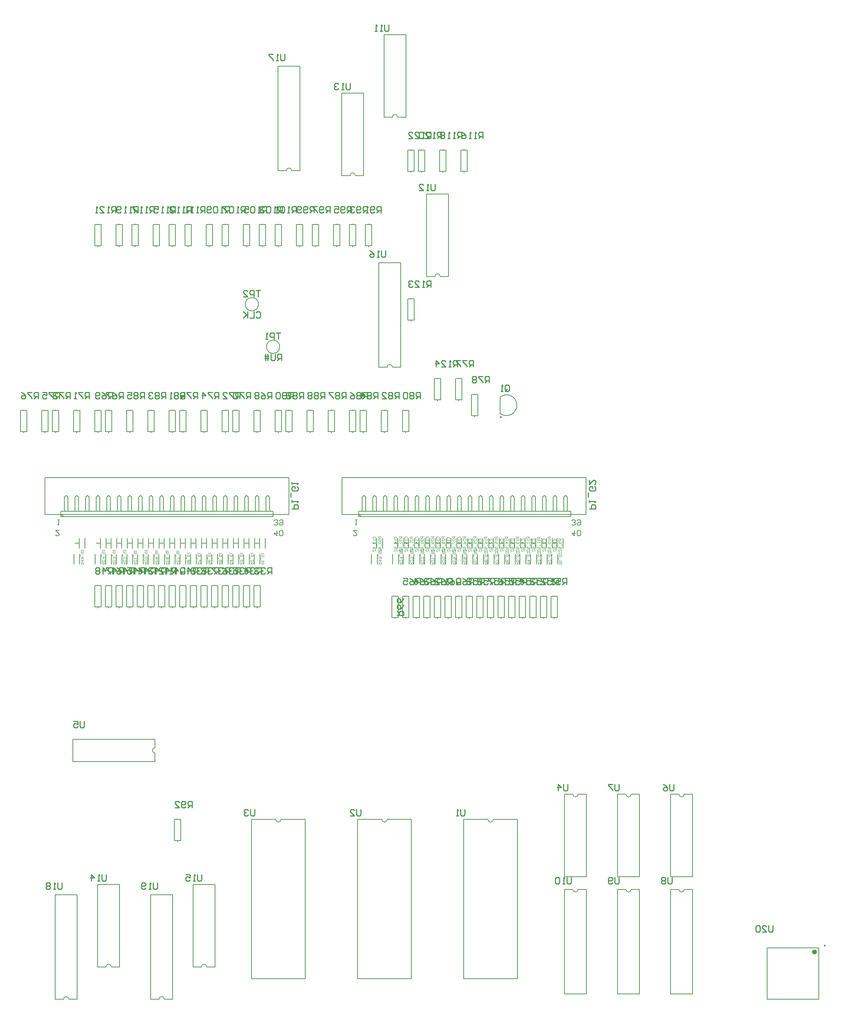
<source format=gbo>
G04*
G04 #@! TF.GenerationSoftware,Altium Limited,Altium Designer,21.9.1 (22)*
G04*
G04 Layer_Color=32896*
%FSLAX25Y25*%
%MOIN*%
G70*
G04*
G04 #@! TF.SameCoordinates,96388F34-ED53-4079-84C0-77210EF012B4*
G04*
G04*
G04 #@! TF.FilePolarity,Positive*
G04*
G01*
G75*
%ADD10C,0.00787*%
%ADD11C,0.00800*%
%ADD12C,0.01000*%
%ADD13C,0.00400*%
%ADD42C,0.00984*%
%ADD43C,0.02362*%
%ADD44C,0.00600*%
%ADD45C,0.00500*%
D10*
X366240Y770000D02*
G03*
X366240Y770000I-6240J0D01*
G01*
X346240Y810000D02*
G03*
X346240Y810000I-6240J0D01*
G01*
X517500Y836220D02*
G03*
X512500Y836220I-2500J0D01*
G01*
X437500Y931221D02*
G03*
X432500Y931221I-2500J0D01*
G01*
X574094Y707205D02*
G03*
X574094Y722795I5906J7795D01*
G01*
X377500Y935787D02*
G03*
X372500Y935787I-2500J0D01*
G01*
X472500Y750787D02*
G03*
X467500Y750787I-2500J0D01*
G01*
X477500Y986220D02*
G03*
X472500Y986220I-2500J0D01*
G01*
X207500Y186221D02*
G03*
X202500Y186221I-2500J0D01*
G01*
X297500D02*
G03*
X292500Y186221I-2500J0D01*
G01*
X257500Y155787D02*
G03*
X252500Y155787I-2500J0D01*
G01*
X167500D02*
G03*
X162500Y155787I-2500J0D01*
G01*
X742500Y348780D02*
G03*
X747500Y348780I2500J0D01*
G01*
X248780Y392500D02*
G03*
X248780Y387500I0J-2500D01*
G01*
X692500Y348780D02*
G03*
X697500Y348780I2500J0D01*
G01*
X642500D02*
G03*
X647500Y348780I2500J0D01*
G01*
X642500Y259213D02*
G03*
X647500Y259213I2500J0D01*
G01*
X692500D02*
G03*
X697500Y259213I2500J0D01*
G01*
X742500D02*
G03*
X747500Y259213I2500J0D01*
G01*
X462500Y325000D02*
G03*
X467500Y325000I2500J0D01*
G01*
X362500D02*
G03*
X367500Y325000I2500J0D01*
G01*
X562500D02*
G03*
X567500Y325000I2500J0D01*
G01*
X874213Y155787D02*
Y204213D01*
X825787Y155787D02*
Y204213D01*
X874213D01*
X825787Y155787D02*
X874213D01*
X345000Y710000D02*
Y710900D01*
Y689100D02*
Y690000D01*
X342000Y710000D02*
X345000D01*
X342000Y690000D02*
Y710000D01*
Y690000D02*
X348000D01*
Y710000D01*
X345000D02*
X348000D01*
X315000D02*
Y710900D01*
Y689100D02*
Y690000D01*
X312000Y710000D02*
X315000D01*
X312000Y690000D02*
Y710000D01*
Y690000D02*
X318000D01*
Y710000D01*
X315000D02*
X318000D01*
X325000D02*
Y710900D01*
Y689100D02*
Y690000D01*
X322000Y710000D02*
X325000D01*
X322000Y690000D02*
Y710000D01*
Y690000D02*
X328000D01*
Y710000D01*
X325000D02*
X328000D01*
X365000D02*
Y710900D01*
Y689100D02*
Y690000D01*
X362000Y710000D02*
X365000D01*
X362000Y690000D02*
Y710000D01*
Y690000D02*
X368000D01*
Y710000D01*
X365000D02*
X368000D01*
X375000D02*
Y710900D01*
Y689100D02*
Y690000D01*
X372000Y710000D02*
X375000D01*
X372000Y690000D02*
Y710000D01*
Y690000D02*
X378000D01*
Y710000D01*
X375000D02*
X378000D01*
X395000D02*
Y710900D01*
Y689100D02*
Y690000D01*
X392000Y710000D02*
X395000D01*
X392000Y690000D02*
Y710000D01*
Y690000D02*
X398000D01*
Y710000D01*
X395000D02*
X398000D01*
X415000D02*
Y710900D01*
Y689100D02*
Y690000D01*
X412000Y710000D02*
X415000D01*
X412000Y690000D02*
Y710000D01*
Y690000D02*
X418000D01*
Y710000D01*
X415000D02*
X418000D01*
X435000D02*
Y710900D01*
Y689100D02*
Y690000D01*
X432000Y710000D02*
X435000D01*
X432000Y690000D02*
Y710000D01*
Y690000D02*
X438000D01*
Y710000D01*
X435000D02*
X438000D01*
X445000D02*
Y710900D01*
Y689100D02*
Y690000D01*
X442000Y710000D02*
X445000D01*
X442000Y690000D02*
Y710000D01*
Y690000D02*
X448000D01*
Y710000D01*
X445000D02*
X448000D01*
X465000D02*
Y710900D01*
Y689100D02*
Y690000D01*
X462000Y710000D02*
X465000D01*
X462000Y690000D02*
Y710000D01*
Y690000D02*
X468000D01*
Y710000D01*
X465000D02*
X468000D01*
X485000D02*
Y710900D01*
Y689100D02*
Y690000D01*
X482000Y710000D02*
X485000D01*
X482000Y690000D02*
Y710000D01*
Y690000D02*
X488000D01*
Y710000D01*
X485000D02*
X488000D01*
X145000D02*
Y710900D01*
Y689100D02*
Y690000D01*
X142000Y710000D02*
X145000D01*
X142000Y690000D02*
Y710000D01*
Y690000D02*
X148000D01*
Y710000D01*
X145000D02*
X148000D01*
X175000D02*
Y710900D01*
Y689100D02*
Y690000D01*
X172000Y710000D02*
X175000D01*
X172000Y690000D02*
Y710000D01*
Y690000D02*
X178000D01*
Y710000D01*
X175000D02*
X178000D01*
X155000D02*
Y710900D01*
Y689100D02*
Y690000D01*
X152000Y710000D02*
X155000D01*
X152000Y690000D02*
Y710000D01*
Y690000D02*
X158000D01*
Y710000D01*
X155000D02*
X158000D01*
X125000D02*
Y710900D01*
Y689100D02*
Y690000D01*
X122000Y710000D02*
X125000D01*
X122000Y690000D02*
Y710000D01*
Y690000D02*
X128000D01*
Y710000D01*
X125000D02*
X128000D01*
X195000D02*
Y710900D01*
Y689100D02*
Y690000D01*
X192000Y710000D02*
X195000D01*
X192000Y690000D02*
Y710000D01*
Y690000D02*
X198000D01*
Y710000D01*
X195000D02*
X198000D01*
X225000D02*
Y710900D01*
Y689100D02*
Y690000D01*
X222000Y710000D02*
X225000D01*
X222000Y690000D02*
Y710000D01*
Y690000D02*
X228000D01*
Y710000D01*
X225000D02*
X228000D01*
X245000D02*
Y710900D01*
Y689100D02*
Y690000D01*
X242000Y710000D02*
X245000D01*
X242000Y690000D02*
Y710000D01*
Y690000D02*
X248000D01*
Y710000D01*
X245000D02*
X248000D01*
X265000D02*
Y710900D01*
Y689100D02*
Y690000D01*
X262000Y710000D02*
X265000D01*
X262000Y690000D02*
Y710000D01*
Y690000D02*
X268000D01*
Y710000D01*
X265000D02*
X268000D01*
X275000D02*
Y710900D01*
Y689100D02*
Y690000D01*
X272000Y710000D02*
X275000D01*
X272000Y690000D02*
Y710000D01*
Y690000D02*
X278000D01*
Y710000D01*
X275000D02*
X278000D01*
X205000D02*
Y710900D01*
Y689100D02*
Y690000D01*
X202000Y710000D02*
X205000D01*
X202000Y690000D02*
Y710000D01*
Y690000D02*
X208000D01*
Y710000D01*
X205000D02*
X208000D01*
X295000D02*
Y710900D01*
Y689100D02*
Y690000D01*
X292000Y710000D02*
X295000D01*
X292000Y690000D02*
Y710000D01*
Y690000D02*
X298000D01*
Y710000D01*
X295000D02*
X298000D01*
X504567Y836220D02*
X512500D01*
X517500D02*
X525433D01*
X504567Y913780D02*
X525433D01*
X504567Y836220D02*
Y913780D01*
X525433Y836220D02*
Y913780D01*
X420000Y885000D02*
X423000D01*
Y865000D02*
Y885000D01*
X417000Y865000D02*
X423000D01*
X417000D02*
Y885000D01*
X420000D01*
Y864100D02*
Y865000D01*
Y885000D02*
Y885900D01*
X195000Y885000D02*
X198000D01*
Y865000D02*
Y885000D01*
X192000Y865000D02*
X198000D01*
X192000D02*
Y885000D01*
X195000D01*
Y864100D02*
Y865000D01*
Y885000D02*
Y885900D01*
X230000Y885000D02*
X233000D01*
Y865000D02*
Y885000D01*
X227000Y865000D02*
X233000D01*
X227000D02*
Y885000D01*
X230000D01*
Y864100D02*
Y865000D01*
Y885000D02*
Y885900D01*
X250000Y885000D02*
X253000D01*
Y865000D02*
Y885000D01*
X247000Y865000D02*
X253000D01*
X247000D02*
Y885000D01*
X250000D01*
Y864100D02*
Y865000D01*
Y885000D02*
Y885900D01*
X265000Y885000D02*
X268000D01*
Y865000D02*
Y885000D01*
X262000Y865000D02*
X268000D01*
X262000D02*
Y885000D01*
X265000D01*
Y864100D02*
Y865000D01*
Y885000D02*
Y885900D01*
X300000Y885000D02*
X303000D01*
Y865000D02*
Y885000D01*
X297000Y865000D02*
X303000D01*
X297000D02*
Y885000D01*
X300000D01*
Y864100D02*
Y865000D01*
Y885000D02*
Y885900D01*
X315000Y885000D02*
X318000D01*
Y865000D02*
Y885000D01*
X312000Y865000D02*
X318000D01*
X312000D02*
Y885000D01*
X315000D01*
Y864100D02*
Y865000D01*
Y885000D02*
Y885900D01*
X335000Y885000D02*
X338000D01*
Y865000D02*
Y885000D01*
X332000Y865000D02*
X338000D01*
X332000D02*
Y885000D01*
X335000D01*
Y864100D02*
Y865000D01*
Y885000D02*
Y885900D01*
X350000Y885000D02*
X353000D01*
Y865000D02*
Y885000D01*
X347000Y865000D02*
X353000D01*
X347000D02*
Y885000D01*
X350000D01*
Y864100D02*
Y865000D01*
Y885000D02*
Y885900D01*
X365000Y885000D02*
X368000D01*
Y865000D02*
Y885000D01*
X362000Y865000D02*
X368000D01*
X362000D02*
Y885000D01*
X365000D01*
Y864100D02*
Y865000D01*
Y885000D02*
Y885900D01*
X280000Y885000D02*
X283000D01*
Y865000D02*
Y885000D01*
X277000Y865000D02*
X283000D01*
X277000D02*
Y885000D01*
X280000D01*
Y864100D02*
Y865000D01*
Y885000D02*
Y885900D01*
X215000Y885000D02*
X218000D01*
Y865000D02*
Y885000D01*
X212000Y865000D02*
X218000D01*
X212000D02*
Y885000D01*
X215000D01*
Y864100D02*
Y865000D01*
Y885000D02*
Y885900D01*
X400000Y885000D02*
X403000D01*
Y865000D02*
Y885000D01*
X397000Y865000D02*
X403000D01*
X397000D02*
Y885000D01*
X400000D01*
Y864100D02*
Y865000D01*
Y885000D02*
Y885900D01*
X385000Y885000D02*
X388000D01*
Y865000D02*
Y885000D01*
X382000Y865000D02*
X388000D01*
X382000D02*
Y885000D01*
X385000D01*
Y864100D02*
Y865000D01*
Y885000D02*
Y885900D01*
X520000Y955000D02*
Y955900D01*
Y934100D02*
Y935000D01*
X517000Y955000D02*
X520000D01*
X517000Y935000D02*
Y955000D01*
Y935000D02*
X523000D01*
Y955000D01*
X520000D02*
X523000D01*
X540000D02*
Y955900D01*
Y934100D02*
Y935000D01*
X537000Y955000D02*
X540000D01*
X537000Y935000D02*
Y955000D01*
Y935000D02*
X543000D01*
Y955000D01*
X540000D02*
X543000D01*
X500000D02*
Y955900D01*
Y934100D02*
Y935000D01*
X497000Y955000D02*
X500000D01*
X497000Y935000D02*
Y955000D01*
Y935000D02*
X503000D01*
Y955000D01*
X500000D02*
X503000D01*
X490000D02*
Y955900D01*
Y934100D02*
Y935000D01*
X487000Y955000D02*
X490000D01*
X487000Y935000D02*
Y955000D01*
Y935000D02*
X493000D01*
Y955000D01*
X490000D02*
X493000D01*
X445433Y931221D02*
Y1008780D01*
X424567Y931221D02*
Y1008780D01*
X445433D01*
X437500Y931221D02*
X445433D01*
X424567D02*
X432500D01*
X574094Y707205D02*
Y722795D01*
X550000Y725000D02*
X553000D01*
Y705000D02*
Y725000D01*
X547000Y705000D02*
X553000D01*
X547000D02*
Y725000D01*
X550000D01*
Y704100D02*
Y705000D01*
Y725000D02*
Y725900D01*
X535000Y740000D02*
Y740900D01*
Y719100D02*
Y720000D01*
X532000Y740000D02*
X535000D01*
X532000Y720000D02*
Y740000D01*
Y720000D02*
X538000D01*
Y740000D01*
X535000D02*
X538000D01*
X515000D02*
X518000D01*
Y720000D02*
Y740000D01*
X512000Y720000D02*
X518000D01*
X512000D02*
Y740000D01*
X515000D01*
Y719100D02*
Y720000D01*
Y740000D02*
Y740900D01*
X364567Y935787D02*
X372500D01*
X377500D02*
X385433D01*
X364567Y1034213D02*
X385433D01*
X364567Y935787D02*
Y1034213D01*
X385433Y935787D02*
Y1034213D01*
X490000Y815000D02*
X493000D01*
Y795000D02*
Y815000D01*
X487000Y795000D02*
X493000D01*
X487000D02*
Y815000D01*
X490000D01*
Y794100D02*
Y795000D01*
Y815000D02*
Y815900D01*
X480433Y750787D02*
Y849213D01*
X459567Y750787D02*
Y849213D01*
X480433D01*
X472500Y750787D02*
X480433D01*
X459567D02*
X467500D01*
X435000Y885000D02*
X438000D01*
Y865000D02*
Y885000D01*
X432000Y865000D02*
X438000D01*
X432000D02*
Y885000D01*
X435000D01*
Y864100D02*
Y865000D01*
Y885000D02*
Y885900D01*
X450000Y885000D02*
X453000D01*
Y865000D02*
Y885000D01*
X447000Y865000D02*
X453000D01*
X447000D02*
Y885000D01*
X450000D01*
Y864100D02*
Y865000D01*
Y885000D02*
Y885900D01*
X464567Y986220D02*
X472500D01*
X477500D02*
X485433D01*
X464567Y1063780D02*
X485433D01*
X464567Y986220D02*
Y1063780D01*
X485433Y986220D02*
Y1063780D01*
X270000Y325000D02*
Y325900D01*
Y304100D02*
Y305000D01*
X267000Y325000D02*
X270000D01*
X267000Y305000D02*
Y325000D01*
Y305000D02*
X273000D01*
Y325000D01*
X270000D02*
X273000D01*
X215433Y186221D02*
Y263779D01*
X194567Y186221D02*
Y263779D01*
X215433D01*
X207500Y186221D02*
X215433D01*
X194567D02*
X202500D01*
X305433D02*
Y263779D01*
X284567Y186221D02*
Y263779D01*
X305433D01*
X297500Y186221D02*
X305433D01*
X284567D02*
X292500D01*
X244567Y155787D02*
X252500D01*
X257500D02*
X265433D01*
X244567Y254213D02*
X265433D01*
X244567Y155787D02*
Y254213D01*
X265433Y155787D02*
Y254213D01*
X154567Y155787D02*
X162500D01*
X167500D02*
X175433D01*
X154567Y254213D02*
X175433D01*
X154567Y155787D02*
Y254213D01*
X175433Y155787D02*
Y254213D01*
X734567Y271220D02*
Y348780D01*
X755433Y271220D02*
Y348780D01*
X734567Y271220D02*
X755433D01*
X734567Y348780D02*
X742500D01*
X747500D02*
X755433D01*
X171221Y400433D02*
X248780D01*
X171221Y379567D02*
X248780D01*
X171221D02*
Y400433D01*
X248780Y392500D02*
Y400433D01*
Y379567D02*
Y387500D01*
X697500Y348780D02*
X705433D01*
X684567D02*
X692500D01*
X684567Y271220D02*
X705433D01*
Y348780D01*
X684567Y271220D02*
Y348780D01*
X634567Y271220D02*
Y348780D01*
X655433Y271220D02*
Y348780D01*
X634567Y271220D02*
X655433D01*
X634567Y348780D02*
X642500D01*
X647500D02*
X655433D01*
X647500Y259213D02*
X655433D01*
X634567D02*
X642500D01*
X634567Y160787D02*
X655433D01*
Y259213D01*
X634567Y160787D02*
Y259213D01*
X697500D02*
X705433D01*
X684567D02*
X692500D01*
X684567Y160787D02*
X705433D01*
Y259213D01*
X684567Y160787D02*
Y259213D01*
X747500D02*
X755433D01*
X734567D02*
X742500D01*
X734567Y160787D02*
X755433D01*
Y259213D01*
X734567Y160787D02*
Y259213D01*
X439606Y175000D02*
Y325000D01*
X490394Y175000D02*
Y325000D01*
X439606Y175000D02*
X490394D01*
X439606Y325000D02*
X462500D01*
X467500D02*
X490394D01*
X339606Y175000D02*
Y325000D01*
X390394Y175000D02*
Y325000D01*
X339606Y175000D02*
X390394D01*
X339606Y325000D02*
X362500D01*
X367500D02*
X390394D01*
X539606Y175000D02*
Y325000D01*
X590394Y175000D02*
Y325000D01*
X539606Y175000D02*
X590394D01*
X539606Y325000D02*
X562500D01*
X567500D02*
X590394D01*
X565000Y535000D02*
Y535900D01*
Y514100D02*
Y515000D01*
X562000Y535000D02*
X565000D01*
X562000Y515000D02*
Y535000D01*
Y515000D02*
X568000D01*
Y535000D01*
X565000D02*
X568000D01*
X555000D02*
Y535900D01*
Y514100D02*
Y515000D01*
X552000Y535000D02*
X555000D01*
X552000Y515000D02*
Y535000D01*
Y515000D02*
X558000D01*
Y535000D01*
X555000D02*
X558000D01*
X575000D02*
Y535900D01*
Y514100D02*
Y515000D01*
X572000Y535000D02*
X575000D01*
X572000Y515000D02*
Y535000D01*
Y515000D02*
X578000D01*
Y535000D01*
X575000D02*
X578000D01*
X475000D02*
Y535900D01*
Y514100D02*
Y515000D01*
X472000Y535000D02*
X475000D01*
X472000Y515000D02*
Y535000D01*
Y515000D02*
X478000D01*
Y535000D01*
X475000D02*
X478000D01*
X485000D02*
Y535900D01*
Y514100D02*
Y515000D01*
X482000Y535000D02*
X485000D01*
X482000Y515000D02*
Y535000D01*
Y515000D02*
X488000D01*
Y535000D01*
X485000D02*
X488000D01*
X625000D02*
Y535900D01*
Y514100D02*
Y515000D01*
X622000Y535000D02*
X625000D01*
X622000Y515000D02*
Y535000D01*
Y515000D02*
X628000D01*
Y535000D01*
X625000D02*
X628000D01*
X505000D02*
Y535900D01*
Y514100D02*
Y515000D01*
X502000Y535000D02*
X505000D01*
X502000Y515000D02*
Y535000D01*
Y515000D02*
X508000D01*
Y535000D01*
X505000D02*
X508000D01*
X515000D02*
Y535900D01*
Y514100D02*
Y515000D01*
X512000Y535000D02*
X515000D01*
X512000Y515000D02*
Y535000D01*
Y515000D02*
X518000D01*
Y535000D01*
X515000D02*
X518000D01*
X495000D02*
Y535900D01*
Y514100D02*
Y515000D01*
X492000Y535000D02*
X495000D01*
X492000Y515000D02*
Y535000D01*
Y515000D02*
X498000D01*
Y535000D01*
X495000D02*
X498000D01*
X535000D02*
Y535900D01*
Y514100D02*
Y515000D01*
X532000Y535000D02*
X535000D01*
X532000Y515000D02*
Y535000D01*
Y515000D02*
X538000D01*
Y535000D01*
X535000D02*
X538000D01*
X545000D02*
Y535900D01*
Y514100D02*
Y515000D01*
X542000Y535000D02*
X545000D01*
X542000Y515000D02*
Y535000D01*
Y515000D02*
X548000D01*
Y535000D01*
X545000D02*
X548000D01*
X525000D02*
Y535900D01*
Y514100D02*
Y515000D01*
X522000Y535000D02*
X525000D01*
X522000Y515000D02*
Y535000D01*
Y515000D02*
X528000D01*
Y535000D01*
X525000D02*
X528000D01*
X605000D02*
Y535900D01*
Y514100D02*
Y515000D01*
X602000Y535000D02*
X605000D01*
X602000Y515000D02*
Y535000D01*
Y515000D02*
X608000D01*
Y535000D01*
X605000D02*
X608000D01*
X615000D02*
Y535900D01*
Y514100D02*
Y515000D01*
X612000Y535000D02*
X615000D01*
X612000Y515000D02*
Y535000D01*
Y515000D02*
X618000D01*
Y535000D01*
X615000D02*
X618000D01*
X595000D02*
Y535900D01*
Y514100D02*
Y515000D01*
X592000Y535000D02*
X595000D01*
X592000Y515000D02*
Y535000D01*
Y515000D02*
X598000D01*
Y535000D01*
X595000D02*
X598000D01*
X585000D02*
Y535900D01*
Y514100D02*
Y515000D01*
X582000Y535000D02*
X585000D01*
X582000Y515000D02*
Y535000D01*
Y515000D02*
X588000D01*
Y535000D01*
X585000D02*
X588000D01*
X440501Y610000D02*
X640501D01*
X637168Y615000D02*
Y628333D01*
X635501Y630000D02*
X637168Y628333D01*
X633834D02*
X635501Y630000D01*
X633834Y615000D02*
Y628333D01*
X627168Y615000D02*
Y628333D01*
X625501Y630000D02*
X627168Y628333D01*
X623834D02*
X625501Y630000D01*
X623834Y615000D02*
Y628333D01*
X617168Y615000D02*
Y628333D01*
X615501Y630000D02*
X617168Y628333D01*
X613834D02*
X615501Y630000D01*
X613834Y615000D02*
Y628333D01*
X607168Y615000D02*
Y628333D01*
X605501Y630000D02*
X607168Y628333D01*
X603834D02*
X605501Y630000D01*
X603834Y615000D02*
Y628333D01*
X597168Y615000D02*
Y628333D01*
X595501Y630000D02*
X597168Y628333D01*
X593834D02*
X595501Y630000D01*
X593834Y615000D02*
Y628333D01*
X587168Y615000D02*
Y628333D01*
X585501Y630000D02*
X587168Y628333D01*
X583834D02*
X585501Y630000D01*
X583834Y615000D02*
Y628333D01*
X577168Y615000D02*
Y628333D01*
X575501Y630000D02*
X577168Y628333D01*
X573834D02*
X575501Y630000D01*
X573834Y615000D02*
Y628333D01*
X567168Y615000D02*
Y628333D01*
X565501Y630000D02*
X567168Y628333D01*
X563834D02*
X565501Y630000D01*
X563834Y615000D02*
Y628333D01*
X557168Y615000D02*
Y628333D01*
X555501Y630000D02*
X557168Y628333D01*
X553834D02*
X555501Y630000D01*
X553834Y615000D02*
Y628333D01*
X547168Y615000D02*
Y628333D01*
X545501Y630000D02*
X547168Y628333D01*
X543834D02*
X545501Y630000D01*
X543834Y615000D02*
Y628333D01*
X537168Y615000D02*
Y628333D01*
X535501Y630000D02*
X537168Y628333D01*
X533835D02*
X535501Y630000D01*
X533835Y615000D02*
Y628333D01*
X527168Y615000D02*
Y628333D01*
X525501Y630000D02*
X527168Y628333D01*
X523835D02*
X525501Y630000D01*
X523835Y615000D02*
Y628333D01*
X517168Y615000D02*
Y628333D01*
X515501Y630000D02*
X517168Y628333D01*
X513834D02*
X515501Y630000D01*
X513834Y615000D02*
Y628333D01*
X507168Y615000D02*
Y628333D01*
X505501Y630000D02*
X507168Y628333D01*
X503834D02*
X505501Y630000D01*
X503834Y615000D02*
Y628333D01*
X497168Y615000D02*
Y628333D01*
X495501Y630000D02*
X497168Y628333D01*
X493834D02*
X495501Y630000D01*
X493834Y615000D02*
Y628333D01*
X487168Y615000D02*
Y628333D01*
X485501Y630000D02*
X487168Y628333D01*
X483835D02*
X485501Y630000D01*
X483835Y615000D02*
Y628333D01*
X477168Y615000D02*
Y628333D01*
X475501Y630000D02*
X477168Y628333D01*
X473835D02*
X475501Y630000D01*
X473835Y615000D02*
Y628333D01*
X467168Y615000D02*
Y628333D01*
X465501Y630000D02*
X467168Y628333D01*
X463834D02*
X465501Y630000D01*
X463834Y615000D02*
Y628333D01*
X457168Y615000D02*
Y628333D01*
X455501Y630000D02*
X457168Y628333D01*
X453834D02*
X455501Y630000D01*
X453834Y615000D02*
Y628333D01*
X447168Y615000D02*
Y628333D01*
X445501Y630000D02*
X447168Y628333D01*
X443834D02*
X445501Y630000D01*
X443834Y615000D02*
Y628333D01*
X440501Y612500D02*
X443001Y610000D01*
X640501D02*
Y615000D01*
X440501D02*
X640501D01*
X440501Y610000D02*
Y615000D01*
X205000Y545000D02*
Y545900D01*
Y524100D02*
Y525000D01*
X202000Y545000D02*
X205000D01*
X202000Y525000D02*
Y545000D01*
Y525000D02*
X208000D01*
Y545000D01*
X205000D02*
X208000D01*
X215000D02*
Y545900D01*
Y524100D02*
Y525000D01*
X212000Y545000D02*
X215000D01*
X212000Y525000D02*
Y545000D01*
Y525000D02*
X218000D01*
Y545000D01*
X215000D02*
X218000D01*
X225000D02*
Y545900D01*
Y524100D02*
Y525000D01*
X222000Y545000D02*
X225000D01*
X222000Y525000D02*
Y545000D01*
Y525000D02*
X228000D01*
Y545000D01*
X225000D02*
X228000D01*
X235000D02*
Y545900D01*
Y524100D02*
Y525000D01*
X232000Y545000D02*
X235000D01*
X232000Y525000D02*
Y545000D01*
Y525000D02*
X238000D01*
Y545000D01*
X235000D02*
X238000D01*
X265000D02*
Y545900D01*
Y524100D02*
Y525000D01*
X262000Y545000D02*
X265000D01*
X262000Y525000D02*
Y545000D01*
Y525000D02*
X268000D01*
Y545000D01*
X265000D02*
X268000D01*
X275000D02*
Y545900D01*
Y524100D02*
Y525000D01*
X272000Y545000D02*
X275000D01*
X272000Y525000D02*
Y545000D01*
Y525000D02*
X278000D01*
Y545000D01*
X275000D02*
X278000D01*
X285000D02*
Y545900D01*
Y524100D02*
Y525000D01*
X282000Y545000D02*
X285000D01*
X282000Y525000D02*
Y545000D01*
Y525000D02*
X288000D01*
Y545000D01*
X285000D02*
X288000D01*
X295000D02*
Y545900D01*
Y524100D02*
Y525000D01*
X292000Y545000D02*
X295000D01*
X292000Y525000D02*
Y545000D01*
Y525000D02*
X298000D01*
Y545000D01*
X295000D02*
X298000D01*
X195000D02*
Y545900D01*
Y524100D02*
Y525000D01*
X192000Y545000D02*
X195000D01*
X192000Y525000D02*
Y545000D01*
Y525000D02*
X198000D01*
Y545000D01*
X195000D02*
X198000D01*
X245000D02*
Y545900D01*
Y524100D02*
Y525000D01*
X242000Y545000D02*
X245000D01*
X242000Y525000D02*
Y545000D01*
Y525000D02*
X248000D01*
Y545000D01*
X245000D02*
X248000D01*
X255000D02*
Y545900D01*
Y524100D02*
Y525000D01*
X252000Y545000D02*
X255000D01*
X252000Y525000D02*
Y545000D01*
Y525000D02*
X258000D01*
Y545000D01*
X255000D02*
X258000D01*
X305000D02*
Y545900D01*
Y524100D02*
Y525000D01*
X302000Y545000D02*
X305000D01*
X302000Y525000D02*
Y545000D01*
Y525000D02*
X308000D01*
Y545000D01*
X305000D02*
X308000D01*
X325000D02*
Y545900D01*
Y524100D02*
Y525000D01*
X322000Y545000D02*
X325000D01*
X322000Y525000D02*
Y545000D01*
Y525000D02*
X328000D01*
Y545000D01*
X325000D02*
X328000D01*
X335000D02*
Y545900D01*
Y524100D02*
Y525000D01*
X332000Y545000D02*
X335000D01*
X332000Y525000D02*
Y545000D01*
Y525000D02*
X338000D01*
Y545000D01*
X335000D02*
X338000D01*
X315000D02*
Y545900D01*
Y524100D02*
Y525000D01*
X312000Y545000D02*
X315000D01*
X312000Y525000D02*
Y545000D01*
Y525000D02*
X318000D01*
Y545000D01*
X315000D02*
X318000D01*
X345000D02*
Y545900D01*
Y524100D02*
Y525000D01*
X342000Y545000D02*
X345000D01*
X342000Y525000D02*
Y545000D01*
Y525000D02*
X348000D01*
Y545000D01*
X345000D02*
X348000D01*
X160000Y610000D02*
Y615000D01*
X360000D01*
Y610000D02*
Y615000D01*
X160000Y612500D02*
X162500Y610000D01*
X163333Y615000D02*
Y628333D01*
X165000Y630000D01*
X166667Y628333D01*
Y615000D02*
Y628333D01*
X173333Y615000D02*
Y628333D01*
X175000Y630000D01*
X176667Y628333D01*
Y615000D02*
Y628333D01*
X183333Y615000D02*
Y628333D01*
X185000Y630000D01*
X186667Y628333D01*
Y615000D02*
Y628333D01*
X193333Y615000D02*
Y628333D01*
X195000Y630000D01*
X196667Y628333D01*
Y615000D02*
Y628333D01*
X203333Y615000D02*
Y628333D01*
X205000Y630000D01*
X206667Y628333D01*
Y615000D02*
Y628333D01*
X213333Y615000D02*
Y628333D01*
X215000Y630000D01*
X216667Y628333D01*
Y615000D02*
Y628333D01*
X223333Y615000D02*
Y628333D01*
X225000Y630000D01*
X226667Y628333D01*
Y615000D02*
Y628333D01*
X233333Y615000D02*
Y628333D01*
X235000Y630000D01*
X236667Y628333D01*
Y615000D02*
Y628333D01*
X243333Y615000D02*
Y628333D01*
X245000Y630000D01*
X246667Y628333D01*
Y615000D02*
Y628333D01*
X253333Y615000D02*
Y628333D01*
X255000Y630000D01*
X256667Y628333D01*
Y615000D02*
Y628333D01*
X263333Y615000D02*
Y628333D01*
X265000Y630000D01*
X266667Y628333D01*
Y615000D02*
Y628333D01*
X273333Y615000D02*
Y628333D01*
X275000Y630000D01*
X276667Y628333D01*
Y615000D02*
Y628333D01*
X283333Y615000D02*
Y628333D01*
X285000Y630000D01*
X286667Y628333D01*
Y615000D02*
Y628333D01*
X293333Y615000D02*
Y628333D01*
X295000Y630000D01*
X296667Y628333D01*
Y615000D02*
Y628333D01*
X303333Y615000D02*
Y628333D01*
X305000Y630000D01*
X306667Y628333D01*
Y615000D02*
Y628333D01*
X313333Y615000D02*
Y628333D01*
X315000Y630000D01*
X316667Y628333D01*
Y615000D02*
Y628333D01*
X323333Y615000D02*
Y628333D01*
X325000Y630000D01*
X326667Y628333D01*
Y615000D02*
Y628333D01*
X333333Y615000D02*
Y628333D01*
X335000Y630000D01*
X336667Y628333D01*
Y615000D02*
Y628333D01*
X343333Y615000D02*
Y628333D01*
X345000Y630000D01*
X346667Y628333D01*
Y615000D02*
Y628333D01*
X353333Y615000D02*
Y628333D01*
X355000Y630000D01*
X356667Y628333D01*
Y615000D02*
Y628333D01*
X160000Y610000D02*
X360000D01*
D11*
X438833Y597000D02*
X435501D01*
X438833Y593668D01*
Y592835D01*
X438000Y592002D01*
X436334D01*
X435501Y592835D01*
X437501Y607000D02*
X439167D01*
X438334D01*
Y602002D01*
X437501Y602835D01*
X641501D02*
X642334Y602002D01*
X644000D01*
X644833Y602835D01*
Y603668D01*
X644000Y604501D01*
X643167D01*
X644000D01*
X644833Y605334D01*
Y606167D01*
X644000Y607000D01*
X642334D01*
X641501Y606167D01*
X646499D02*
X647333Y607000D01*
X648999D01*
X649832Y606167D01*
Y602835D01*
X648999Y602002D01*
X647333D01*
X646499Y602835D01*
Y603668D01*
X647333Y604501D01*
X649832D01*
X644000Y597000D02*
Y592002D01*
X641501Y594501D01*
X644833D01*
X646499Y592835D02*
X647333Y592002D01*
X648999D01*
X649832Y592835D01*
Y596167D01*
X648999Y597000D01*
X647333D01*
X646499Y596167D01*
Y592835D01*
X363499Y597000D02*
Y592002D01*
X361000Y594501D01*
X364332D01*
X365998Y592835D02*
X366831Y592002D01*
X368498D01*
X369331Y592835D01*
Y596167D01*
X368498Y597000D01*
X366831D01*
X365998Y596167D01*
Y592835D01*
X361000Y602835D02*
X361833Y602002D01*
X363499D01*
X364332Y602835D01*
Y603668D01*
X363499Y604501D01*
X362666D01*
X363499D01*
X364332Y605334D01*
Y606167D01*
X363499Y607000D01*
X361833D01*
X361000Y606167D01*
X365998D02*
X366831Y607000D01*
X368498D01*
X369331Y606167D01*
Y602835D01*
X368498Y602002D01*
X366831D01*
X365998Y602835D01*
Y603668D01*
X366831Y604501D01*
X369331D01*
X157000Y607000D02*
X158666D01*
X157833D01*
Y602002D01*
X157000Y602835D01*
X158332Y597000D02*
X155000D01*
X158332Y593668D01*
Y592835D01*
X157499Y592002D01*
X155833D01*
X155000Y592835D01*
D12*
X830900Y225098D02*
Y220100D01*
X829900Y219100D01*
X827901D01*
X826901Y220100D01*
Y225098D01*
X820903Y219100D02*
X824902D01*
X820903Y223099D01*
Y224098D01*
X821903Y225098D01*
X823902D01*
X824902Y224098D01*
X818904D02*
X817904Y225098D01*
X815905D01*
X814905Y224098D01*
Y220100D01*
X815905Y219100D01*
X817904D01*
X818904Y220100D01*
Y224098D01*
X533600Y751200D02*
Y757198D01*
X530601D01*
X529601Y756198D01*
Y754199D01*
X530601Y753199D01*
X533600D01*
X531601D02*
X529601Y751200D01*
X527602D02*
X525603D01*
X526602D01*
Y757198D01*
X527602Y756198D01*
X518605Y751200D02*
X522604D01*
X518605Y755199D01*
Y756198D01*
X519604Y757198D01*
X521604D01*
X522604Y756198D01*
X513607Y751200D02*
Y757198D01*
X516606Y754199D01*
X512607D01*
X508600Y826200D02*
Y832198D01*
X505601D01*
X504601Y831198D01*
Y829199D01*
X505601Y828199D01*
X508600D01*
X506601D02*
X504601Y826200D01*
X502602D02*
X500603D01*
X501602D01*
Y832198D01*
X502602Y831198D01*
X493605Y826200D02*
X497604D01*
X493605Y830199D01*
Y831198D01*
X494604Y832198D01*
X496604D01*
X497604Y831198D01*
X491606D02*
X490606Y832198D01*
X488607D01*
X487607Y831198D01*
Y830199D01*
X488607Y829199D01*
X489606D01*
X488607D01*
X487607Y828199D01*
Y827200D01*
X488607Y826200D01*
X490606D01*
X491606Y827200D01*
X578701Y729200D02*
Y733198D01*
X579701Y734198D01*
X581700D01*
X582700Y733198D01*
Y729200D01*
X581700Y728200D01*
X579701D01*
X580701Y730199D02*
X578701Y728200D01*
X579701D02*
X578701Y729200D01*
X576702Y728200D02*
X574703D01*
X575702D01*
Y734198D01*
X576702Y733198D01*
X347997Y822999D02*
X343999D01*
X345998D01*
Y817001D01*
X341999D02*
Y822999D01*
X339000D01*
X338001Y821999D01*
Y820000D01*
X339000Y819000D01*
X341999D01*
X332003Y817001D02*
X336001D01*
X332003Y821000D01*
Y821999D01*
X333002Y822999D01*
X335002D01*
X336001Y821999D01*
X343999Y801999D02*
X344998Y802999D01*
X346998D01*
X347997Y801999D01*
Y798001D01*
X346998Y797001D01*
X344998D01*
X343999Y798001D01*
X341999Y802999D02*
Y797001D01*
X338001D01*
X336001Y802999D02*
Y797001D01*
Y799000D01*
X332003Y802999D01*
X335002Y800000D01*
X332003Y797001D01*
X366998Y782999D02*
X362999D01*
X364998D01*
Y777001D01*
X361000D02*
Y782999D01*
X358001D01*
X357001Y781999D01*
Y780000D01*
X358001Y779000D01*
X361000D01*
X355002Y777001D02*
X353002D01*
X354002D01*
Y782999D01*
X355002Y781999D01*
X367997Y757001D02*
Y762999D01*
X364998D01*
X363999Y761999D01*
Y760000D01*
X364998Y759000D01*
X367997D01*
X365998D02*
X363999Y757001D01*
X361999Y762999D02*
Y758001D01*
X361000Y757001D01*
X359000D01*
X358001Y758001D01*
Y762999D01*
X355002Y757001D02*
Y762999D01*
X353002D02*
Y757001D01*
X356001Y761000D02*
X353002D01*
X352003D01*
X356001Y759000D02*
X352003D01*
X658002Y617504D02*
X664000D01*
Y620503D01*
X663000Y621503D01*
X661001D01*
X660001Y620503D01*
Y617504D01*
X658002Y623502D02*
Y625501D01*
Y624502D01*
X664000D01*
X663000Y623502D01*
X657002Y628501D02*
Y632499D01*
X663000Y638497D02*
X664000Y637498D01*
Y635498D01*
X663000Y634499D01*
X659002D01*
X658002Y635498D01*
Y637498D01*
X659002Y638497D01*
X661001D01*
Y636498D01*
X658002Y644495D02*
Y640497D01*
X662001Y644495D01*
X663000D01*
X664000Y643496D01*
Y641496D01*
X663000Y640497D01*
X512600Y923198D02*
Y918200D01*
X511600Y917200D01*
X509601D01*
X508601Y918200D01*
Y923198D01*
X506602Y917200D02*
X504603D01*
X505602D01*
Y923198D01*
X506602Y922198D01*
X497605Y917200D02*
X501604D01*
X497605Y921199D01*
Y922198D01*
X498604Y923198D01*
X500604D01*
X501604Y922198D01*
X466000Y860498D02*
Y855500D01*
X465000Y854500D01*
X463001D01*
X462001Y855500D01*
Y860498D01*
X460002Y854500D02*
X458003D01*
X459002D01*
Y860498D01*
X460002Y859498D01*
X451005Y860498D02*
X453004Y859498D01*
X455004Y857499D01*
Y855500D01*
X454004Y854500D01*
X452004D01*
X451005Y855500D01*
Y856499D01*
X452004Y857499D01*
X455004D01*
X469000Y1073198D02*
Y1068200D01*
X468000Y1067200D01*
X466001D01*
X465001Y1068200D01*
Y1073198D01*
X463002Y1067200D02*
X461003D01*
X462002D01*
Y1073198D01*
X463002Y1072198D01*
X458004Y1067200D02*
X456004D01*
X457004D01*
Y1073198D01*
X458004Y1072198D01*
X381600Y896200D02*
Y902198D01*
X378601D01*
X377601Y901198D01*
Y899199D01*
X378601Y898199D01*
X381600D01*
X379601D02*
X377601Y896200D01*
X375602D02*
X373603D01*
X374602D01*
Y902198D01*
X375602Y901198D01*
X370604D02*
X369604Y902198D01*
X367604D01*
X366605Y901198D01*
Y897200D01*
X367604Y896200D01*
X369604D01*
X370604Y897200D01*
Y901198D01*
X364605Y896200D02*
X362606D01*
X363606D01*
Y902198D01*
X364605Y901198D01*
X448600Y896200D02*
Y902198D01*
X445601D01*
X444601Y901198D01*
Y899199D01*
X445601Y898199D01*
X448600D01*
X446601D02*
X444601Y896200D01*
X442602Y897200D02*
X441602Y896200D01*
X439603D01*
X438603Y897200D01*
Y901198D01*
X439603Y902198D01*
X441602D01*
X442602Y901198D01*
Y900199D01*
X441602Y899199D01*
X438603D01*
X436604Y901198D02*
X435604Y902198D01*
X433605D01*
X432605Y901198D01*
Y900199D01*
X433605Y899199D01*
X434605D01*
X433605D01*
X432605Y898199D01*
Y897200D01*
X433605Y896200D01*
X435604D01*
X436604Y897200D01*
X282600Y896200D02*
Y902198D01*
X279601D01*
X278601Y901198D01*
Y899199D01*
X279601Y898199D01*
X282600D01*
X280601D02*
X278601Y896200D01*
X276602D02*
X274603D01*
X275602D01*
Y902198D01*
X276602Y901198D01*
X271604Y896200D02*
X269604D01*
X270604D01*
Y902198D01*
X271604Y901198D01*
X266605D02*
X265605Y902198D01*
X263606D01*
X262607Y901198D01*
Y900199D01*
X263606Y899199D01*
X264606D01*
X263606D01*
X262607Y898199D01*
Y897200D01*
X263606Y896200D01*
X265605D01*
X266605Y897200D01*
X318600Y896200D02*
Y902198D01*
X315601D01*
X314601Y901198D01*
Y899199D01*
X315601Y898199D01*
X318600D01*
X316601D02*
X314601Y896200D01*
X312602D02*
X310603D01*
X311602D01*
Y902198D01*
X312602Y901198D01*
X307604D02*
X306604Y902198D01*
X304605D01*
X303605Y901198D01*
Y897200D01*
X304605Y896200D01*
X306604D01*
X307604Y897200D01*
Y901198D01*
X301606Y897200D02*
X300606Y896200D01*
X298606D01*
X297607Y897200D01*
Y901198D01*
X298606Y902198D01*
X300606D01*
X301606Y901198D01*
Y900199D01*
X300606Y899199D01*
X297607D01*
X267600Y896200D02*
Y902198D01*
X264601D01*
X263601Y901198D01*
Y899199D01*
X264601Y898199D01*
X267600D01*
X265601D02*
X263601Y896200D01*
X261602D02*
X259603D01*
X260602D01*
Y902198D01*
X261602Y901198D01*
X256604Y896200D02*
X254604D01*
X255604D01*
Y902198D01*
X256604Y901198D01*
X247606Y902198D02*
X251605D01*
Y899199D01*
X249606Y900199D01*
X248606D01*
X247606Y899199D01*
Y897200D01*
X248606Y896200D01*
X250606D01*
X251605Y897200D01*
X413600Y896200D02*
Y902198D01*
X410601D01*
X409601Y901198D01*
Y899199D01*
X410601Y898199D01*
X413600D01*
X411601D02*
X409601Y896200D01*
X407602Y897200D02*
X406602Y896200D01*
X404603D01*
X403603Y897200D01*
Y901198D01*
X404603Y902198D01*
X406602D01*
X407602Y901198D01*
Y900199D01*
X406602Y899199D01*
X403603D01*
X401604Y902198D02*
X397605D01*
Y901198D01*
X401604Y897200D01*
Y896200D01*
X232600D02*
Y902198D01*
X229601D01*
X228601Y901198D01*
Y899199D01*
X229601Y898199D01*
X232600D01*
X230601D02*
X228601Y896200D01*
X226602D02*
X224603D01*
X225602D01*
Y902198D01*
X226602Y901198D01*
X221604Y896200D02*
X219604D01*
X220604D01*
Y902198D01*
X221604Y901198D01*
X216605Y897200D02*
X215605Y896200D01*
X213606D01*
X212607Y897200D01*
Y901198D01*
X213606Y902198D01*
X215605D01*
X216605Y901198D01*
Y900199D01*
X215605Y899199D01*
X212607D01*
X295600Y896200D02*
Y902198D01*
X292601D01*
X291601Y901198D01*
Y899199D01*
X292601Y898199D01*
X295600D01*
X293601D02*
X291601Y896200D01*
X289602D02*
X287603D01*
X288602D01*
Y902198D01*
X289602Y901198D01*
X284604Y896200D02*
X282604D01*
X283604D01*
Y902198D01*
X284604Y901198D01*
X279605Y896200D02*
X277606D01*
X278606D01*
Y902198D01*
X279605Y901198D01*
X368600Y896200D02*
Y902198D01*
X365601D01*
X364601Y901198D01*
Y899199D01*
X365601Y898199D01*
X368600D01*
X366601D02*
X364601Y896200D01*
X362602D02*
X360603D01*
X361602D01*
Y902198D01*
X362602Y901198D01*
X357604D02*
X356604Y902198D01*
X354605D01*
X353605Y901198D01*
Y897200D01*
X354605Y896200D01*
X356604D01*
X357604Y897200D01*
Y901198D01*
X351606D02*
X350606Y902198D01*
X348606D01*
X347607Y901198D01*
Y900199D01*
X348606Y899199D01*
X349606D01*
X348606D01*
X347607Y898199D01*
Y897200D01*
X348606Y896200D01*
X350606D01*
X351606Y897200D01*
X247600Y896200D02*
Y902198D01*
X244601D01*
X243601Y901198D01*
Y899199D01*
X244601Y898199D01*
X247600D01*
X245601D02*
X243601Y896200D01*
X241602D02*
X239603D01*
X240602D01*
Y902198D01*
X241602Y901198D01*
X236604Y896200D02*
X234604D01*
X235604D01*
Y902198D01*
X236604Y901198D01*
X231605Y902198D02*
X227607D01*
Y901198D01*
X231605Y897200D01*
Y896200D01*
X333600D02*
Y902198D01*
X330601D01*
X329601Y901198D01*
Y899199D01*
X330601Y898199D01*
X333600D01*
X331601D02*
X329601Y896200D01*
X327602D02*
X325603D01*
X326602D01*
Y902198D01*
X327602Y901198D01*
X322604D02*
X321604Y902198D01*
X319604D01*
X318605Y901198D01*
Y897200D01*
X319604Y896200D01*
X321604D01*
X322604Y897200D01*
Y901198D01*
X316605Y902198D02*
X312607D01*
Y901198D01*
X316605Y897200D01*
Y896200D01*
X433600D02*
Y902198D01*
X430601D01*
X429601Y901198D01*
Y899199D01*
X430601Y898199D01*
X433600D01*
X431601D02*
X429601Y896200D01*
X427602Y897200D02*
X426602Y896200D01*
X424603D01*
X423603Y897200D01*
Y901198D01*
X424603Y902198D01*
X426602D01*
X427602Y901198D01*
Y900199D01*
X426602Y899199D01*
X423603D01*
X417605Y902198D02*
X421604D01*
Y899199D01*
X419604Y900199D01*
X418605D01*
X417605Y899199D01*
Y897200D01*
X418605Y896200D01*
X420604D01*
X421604Y897200D01*
X461600Y896200D02*
Y902198D01*
X458601D01*
X457601Y901198D01*
Y899199D01*
X458601Y898199D01*
X461600D01*
X459601D02*
X457601Y896200D01*
X455602Y897200D02*
X454602Y896200D01*
X452603D01*
X451603Y897200D01*
Y901198D01*
X452603Y902198D01*
X454602D01*
X455602Y901198D01*
Y900199D01*
X454602Y899199D01*
X451603D01*
X449604Y896200D02*
X447605D01*
X448604D01*
Y902198D01*
X449604Y901198D01*
X353600Y896200D02*
Y902198D01*
X350601D01*
X349601Y901198D01*
Y899199D01*
X350601Y898199D01*
X353600D01*
X351601D02*
X349601Y896200D01*
X347602D02*
X345603D01*
X346602D01*
Y902198D01*
X347602Y901198D01*
X342604D02*
X341604Y902198D01*
X339604D01*
X338605Y901198D01*
Y897200D01*
X339604Y896200D01*
X341604D01*
X342604Y897200D01*
Y901198D01*
X332607Y902198D02*
X336606D01*
Y899199D01*
X334606Y900199D01*
X333607D01*
X332607Y899199D01*
Y897200D01*
X333607Y896200D01*
X335606D01*
X336606Y897200D01*
X211600Y896200D02*
Y902198D01*
X208601D01*
X207601Y901198D01*
Y899199D01*
X208601Y898199D01*
X211600D01*
X209601D02*
X207601Y896200D01*
X205602D02*
X203603D01*
X204602D01*
Y902198D01*
X205602Y901198D01*
X196605Y896200D02*
X200604D01*
X196605Y900199D01*
Y901198D01*
X197605Y902198D01*
X199604D01*
X200604Y901198D01*
X194606Y896200D02*
X192606D01*
X193606D01*
Y902198D01*
X194606Y901198D01*
X398600Y896200D02*
Y902198D01*
X395601D01*
X394601Y901198D01*
Y899199D01*
X395601Y898199D01*
X398600D01*
X396601D02*
X394601Y896200D01*
X392602Y897200D02*
X391602Y896200D01*
X389603D01*
X388603Y897200D01*
Y901198D01*
X389603Y902198D01*
X391602D01*
X392602Y901198D01*
Y900199D01*
X391602Y899199D01*
X388603D01*
X386604Y897200D02*
X385604Y896200D01*
X383605D01*
X382605Y897200D01*
Y901198D01*
X383605Y902198D01*
X385604D01*
X386604Y901198D01*
Y900199D01*
X385604Y899199D01*
X382605D01*
X563600Y736200D02*
Y742198D01*
X560601D01*
X559601Y741198D01*
Y739199D01*
X560601Y738199D01*
X563600D01*
X561601D02*
X559601Y736200D01*
X557602Y742198D02*
X553603D01*
Y741198D01*
X557602Y737200D01*
Y736200D01*
X551604Y741198D02*
X550604Y742198D01*
X548605D01*
X547605Y741198D01*
Y740199D01*
X548605Y739199D01*
X547605Y738199D01*
Y737200D01*
X548605Y736200D01*
X550604D01*
X551604Y737200D01*
Y738199D01*
X550604Y739199D01*
X551604Y740199D01*
Y741198D01*
X550604Y739199D02*
X548605D01*
X377501Y617504D02*
X383499D01*
Y620503D01*
X382499Y621503D01*
X380500D01*
X379500Y620503D01*
Y617504D01*
X377501Y623502D02*
Y625501D01*
Y624502D01*
X383499D01*
X382499Y623502D01*
X376501Y628501D02*
Y632499D01*
X382499Y638497D02*
X383499Y637498D01*
Y635498D01*
X382499Y634499D01*
X378501D01*
X377501Y635498D01*
Y637498D01*
X378501Y638497D01*
X380500D01*
Y636498D01*
X377501Y640497D02*
Y642496D01*
Y641496D01*
X383499D01*
X382499Y640497D01*
X371000Y1045498D02*
Y1040500D01*
X370000Y1039500D01*
X368001D01*
X367001Y1040500D01*
Y1045498D01*
X365002Y1039500D02*
X363003D01*
X364002D01*
Y1045498D01*
X365002Y1044498D01*
X360004Y1045498D02*
X356005D01*
Y1044498D01*
X360004Y1040500D01*
Y1039500D01*
X202600Y273198D02*
Y268200D01*
X201600Y267200D01*
X199601D01*
X198601Y268200D01*
Y273198D01*
X196602Y267200D02*
X194603D01*
X195602D01*
Y273198D01*
X196602Y272198D01*
X188604Y267200D02*
Y273198D01*
X191604Y270199D01*
X187605D01*
X292600Y273198D02*
Y268200D01*
X291600Y267200D01*
X289601D01*
X288601Y268200D01*
Y273198D01*
X286602Y267200D02*
X284603D01*
X285602D01*
Y273198D01*
X286602Y272198D01*
X277605Y273198D02*
X281604D01*
Y270199D01*
X279604Y271199D01*
X278605D01*
X277605Y270199D01*
Y268200D01*
X278605Y267200D01*
X280604D01*
X281604Y268200D01*
X432600Y1018198D02*
Y1013200D01*
X431600Y1012200D01*
X429601D01*
X428601Y1013200D01*
Y1018198D01*
X426602Y1012200D02*
X424603D01*
X425602D01*
Y1018198D01*
X426602Y1017198D01*
X421604D02*
X420604Y1018198D01*
X418605D01*
X417605Y1017198D01*
Y1016199D01*
X418605Y1015199D01*
X419604D01*
X418605D01*
X417605Y1014199D01*
Y1013200D01*
X418605Y1012200D01*
X420604D01*
X421604Y1013200D01*
X251000Y265498D02*
Y260500D01*
X250000Y259500D01*
X248001D01*
X247001Y260500D01*
Y265498D01*
X245002Y259500D02*
X243003D01*
X244002D01*
Y265498D01*
X245002Y264498D01*
X240004Y260500D02*
X239004Y259500D01*
X237004D01*
X236005Y260500D01*
Y264498D01*
X237004Y265498D01*
X239004D01*
X240004Y264498D01*
Y263499D01*
X239004Y262499D01*
X236005D01*
X161000Y265498D02*
Y260500D01*
X160000Y259500D01*
X158001D01*
X157001Y260500D01*
Y265498D01*
X155002Y259500D02*
X153003D01*
X154002D01*
Y265498D01*
X155002Y264498D01*
X150004D02*
X149004Y265498D01*
X147004D01*
X146005Y264498D01*
Y263499D01*
X147004Y262499D01*
X146005Y261499D01*
Y260500D01*
X147004Y259500D01*
X149004D01*
X150004Y260500D01*
Y261499D01*
X149004Y262499D01*
X150004Y263499D01*
Y264498D01*
X149004Y262499D02*
X147004D01*
X518600Y966200D02*
Y972198D01*
X515601D01*
X514601Y971198D01*
Y969199D01*
X515601Y968199D01*
X518600D01*
X516601D02*
X514601Y966200D01*
X512602D02*
X510603D01*
X511602D01*
Y972198D01*
X512602Y971198D01*
X503605Y966200D02*
X507604D01*
X503605Y970199D01*
Y971198D01*
X504604Y972198D01*
X506604D01*
X507604Y971198D01*
X501606D02*
X500606Y972198D01*
X498606D01*
X497607Y971198D01*
Y967200D01*
X498606Y966200D01*
X500606D01*
X501606Y967200D01*
Y971198D01*
X557600Y966200D02*
Y972198D01*
X554601D01*
X553601Y971198D01*
Y969199D01*
X554601Y968199D01*
X557600D01*
X555601D02*
X553601Y966200D01*
X551602D02*
X549603D01*
X550602D01*
Y972198D01*
X551602Y971198D01*
X546604Y966200D02*
X544604D01*
X545604D01*
Y972198D01*
X546604Y971198D01*
X537606Y972198D02*
X539606Y971198D01*
X541605Y969199D01*
Y967200D01*
X540605Y966200D01*
X538606D01*
X537606Y967200D01*
Y968199D01*
X538606Y969199D01*
X541605D01*
X283600Y336200D02*
Y342198D01*
X280601D01*
X279601Y341198D01*
Y339199D01*
X280601Y338199D01*
X283600D01*
X281601D02*
X279601Y336200D01*
X277602Y337200D02*
X276602Y336200D01*
X274603D01*
X273603Y337200D01*
Y341198D01*
X274603Y342198D01*
X276602D01*
X277602Y341198D01*
Y340199D01*
X276602Y339199D01*
X273603D01*
X267605Y336200D02*
X271604D01*
X267605Y340199D01*
Y341198D01*
X268605Y342198D01*
X270604D01*
X271604Y341198D01*
X508600Y966200D02*
Y972198D01*
X505601D01*
X504601Y971198D01*
Y969199D01*
X505601Y968199D01*
X508600D01*
X506601D02*
X504601Y966200D01*
X502602D02*
X500603D01*
X501602D01*
Y972198D01*
X502602Y971198D01*
X493605Y966200D02*
X497604D01*
X493605Y970199D01*
Y971198D01*
X494604Y972198D01*
X496604D01*
X497604Y971198D01*
X487607Y966200D02*
X491606D01*
X487607Y970199D01*
Y971198D01*
X488607Y972198D01*
X490606D01*
X491606Y971198D01*
X478600Y721200D02*
Y727198D01*
X475601D01*
X474601Y726198D01*
Y724199D01*
X475601Y723199D01*
X478600D01*
X476601D02*
X474601Y721200D01*
X472602Y726198D02*
X471602Y727198D01*
X469603D01*
X468603Y726198D01*
Y725199D01*
X469603Y724199D01*
X468603Y723199D01*
Y722200D01*
X469603Y721200D01*
X471602D01*
X472602Y722200D01*
Y723199D01*
X471602Y724199D01*
X472602Y725199D01*
Y726198D01*
X471602Y724199D02*
X469603D01*
X462605Y721200D02*
X466604D01*
X462605Y725199D01*
Y726198D01*
X463605Y727198D01*
X465604D01*
X466604Y726198D01*
X408600Y721200D02*
Y727198D01*
X405601D01*
X404601Y726198D01*
Y724199D01*
X405601Y723199D01*
X408600D01*
X406601D02*
X404601Y721200D01*
X402602Y726198D02*
X401602Y727198D01*
X399603D01*
X398603Y726198D01*
Y725199D01*
X399603Y724199D01*
X398603Y723199D01*
Y722200D01*
X399603Y721200D01*
X401602D01*
X402602Y722200D01*
Y723199D01*
X401602Y724199D01*
X402602Y725199D01*
Y726198D01*
X401602Y724199D02*
X399603D01*
X396604Y726198D02*
X395604Y727198D01*
X393605D01*
X392605Y726198D01*
Y725199D01*
X393605Y724199D01*
X392605Y723199D01*
Y722200D01*
X393605Y721200D01*
X395604D01*
X396604Y722200D01*
Y723199D01*
X395604Y724199D01*
X396604Y725199D01*
Y726198D01*
X395604Y724199D02*
X393605D01*
X158600Y721200D02*
Y727198D01*
X155601D01*
X154601Y726198D01*
Y724199D01*
X155601Y723199D01*
X158600D01*
X156601D02*
X154601Y721200D01*
X152602Y727198D02*
X148603D01*
Y726198D01*
X152602Y722200D01*
Y721200D01*
X142605Y727198D02*
X146604D01*
Y724199D01*
X144605Y725199D01*
X143605D01*
X142605Y724199D01*
Y722200D01*
X143605Y721200D01*
X145604D01*
X146604Y722200D01*
X388600Y721200D02*
Y727198D01*
X385601D01*
X384601Y726198D01*
Y724199D01*
X385601Y723199D01*
X388600D01*
X386601D02*
X384601Y721200D01*
X382602Y726198D02*
X381602Y727198D01*
X379603D01*
X378603Y726198D01*
Y725199D01*
X379603Y724199D01*
X378603Y723199D01*
Y722200D01*
X379603Y721200D01*
X381602D01*
X382602Y722200D01*
Y723199D01*
X381602Y724199D01*
X382602Y725199D01*
Y726198D01*
X381602Y724199D02*
X379603D01*
X376604Y722200D02*
X375604Y721200D01*
X373605D01*
X372605Y722200D01*
Y726198D01*
X373605Y727198D01*
X375604D01*
X376604Y726198D01*
Y725199D01*
X375604Y724199D01*
X372605D01*
X537600Y966200D02*
Y972198D01*
X534601D01*
X533601Y971198D01*
Y969199D01*
X534601Y968199D01*
X537600D01*
X535601D02*
X533601Y966200D01*
X531602D02*
X529603D01*
X530602D01*
Y972198D01*
X531602Y971198D01*
X526604Y966200D02*
X524604D01*
X525604D01*
Y972198D01*
X526604Y971198D01*
X521605D02*
X520606Y972198D01*
X518606D01*
X517606Y971198D01*
Y970199D01*
X518606Y969199D01*
X517606Y968199D01*
Y967200D01*
X518606Y966200D01*
X520606D01*
X521605Y967200D01*
Y968199D01*
X520606Y969199D01*
X521605Y970199D01*
Y971198D01*
X520606Y969199D02*
X518606D01*
X618600Y546200D02*
Y552198D01*
X615601D01*
X614601Y551198D01*
Y549199D01*
X615601Y548199D01*
X618600D01*
X616601D02*
X614601Y546200D01*
X608603Y552198D02*
X612602D01*
Y549199D01*
X610603Y550199D01*
X609603D01*
X608603Y549199D01*
Y547200D01*
X609603Y546200D01*
X611602D01*
X612602Y547200D01*
X606604Y551198D02*
X605604Y552198D01*
X603605D01*
X602605Y551198D01*
Y550199D01*
X603605Y549199D01*
X604604D01*
X603605D01*
X602605Y548199D01*
Y547200D01*
X603605Y546200D01*
X605604D01*
X606604Y547200D01*
X477001Y517003D02*
X482999D01*
Y520002D01*
X481999Y521001D01*
X480000D01*
X479000Y520002D01*
Y517003D01*
Y519002D02*
X477001Y521001D01*
X482999Y526999D02*
X481999Y525000D01*
X480000Y523001D01*
X478001D01*
X477001Y524000D01*
Y526000D01*
X478001Y526999D01*
X479000D01*
X480000Y526000D01*
Y523001D01*
X482999Y532997D02*
X481999Y530998D01*
X480000Y528999D01*
X478001D01*
X477001Y529998D01*
Y531998D01*
X478001Y532997D01*
X479000D01*
X480000Y531998D01*
Y528999D01*
X598600Y546200D02*
Y552198D01*
X595601D01*
X594601Y551198D01*
Y549199D01*
X595601Y548199D01*
X598600D01*
X596601D02*
X594601Y546200D01*
X588603Y552198D02*
X592602D01*
Y549199D01*
X590603Y550199D01*
X589603D01*
X588603Y549199D01*
Y547200D01*
X589603Y546200D01*
X591602D01*
X592602Y547200D01*
X582605Y552198D02*
X586604D01*
Y549199D01*
X584605Y550199D01*
X583605D01*
X582605Y549199D01*
Y547200D01*
X583605Y546200D01*
X585604D01*
X586604Y547200D01*
X498600Y546200D02*
Y552198D01*
X495601D01*
X494601Y551198D01*
Y549199D01*
X495601Y548199D01*
X498600D01*
X496601D02*
X494601Y546200D01*
X488603Y552198D02*
X490603Y551198D01*
X492602Y549199D01*
Y547200D01*
X491602Y546200D01*
X489603D01*
X488603Y547200D01*
Y548199D01*
X489603Y549199D01*
X492602D01*
X482605Y552198D02*
X486604D01*
Y549199D01*
X484605Y550199D01*
X483605D01*
X482605Y549199D01*
Y547200D01*
X483605Y546200D01*
X485604D01*
X486604Y547200D01*
X578600Y546200D02*
Y552198D01*
X575601D01*
X574601Y551198D01*
Y549199D01*
X575601Y548199D01*
X578600D01*
X576601D02*
X574601Y546200D01*
X568603Y552198D02*
X572602D01*
Y549199D01*
X570603Y550199D01*
X569603D01*
X568603Y549199D01*
Y547200D01*
X569603Y546200D01*
X571602D01*
X572602Y547200D01*
X566604Y552198D02*
X562605D01*
Y551198D01*
X566604Y547200D01*
Y546200D01*
X498600Y721200D02*
Y727198D01*
X495601D01*
X494601Y726198D01*
Y724199D01*
X495601Y723199D01*
X498600D01*
X496601D02*
X494601Y721200D01*
X492602Y726198D02*
X491602Y727198D01*
X489603D01*
X488603Y726198D01*
Y725199D01*
X489603Y724199D01*
X488603Y723199D01*
Y722200D01*
X489603Y721200D01*
X491602D01*
X492602Y722200D01*
Y723199D01*
X491602Y724199D01*
X492602Y725199D01*
Y726198D01*
X491602Y724199D02*
X489603D01*
X486604Y726198D02*
X485604Y727198D01*
X483605D01*
X482605Y726198D01*
Y722200D01*
X483605Y721200D01*
X485604D01*
X486604Y722200D01*
Y726198D01*
X258600Y721200D02*
Y727198D01*
X255601D01*
X254601Y726198D01*
Y724199D01*
X255601Y723199D01*
X258600D01*
X256601D02*
X254601Y721200D01*
X252602Y726198D02*
X251602Y727198D01*
X249603D01*
X248603Y726198D01*
Y725199D01*
X249603Y724199D01*
X248603Y723199D01*
Y722200D01*
X249603Y721200D01*
X251602D01*
X252602Y722200D01*
Y723199D01*
X251602Y724199D01*
X252602Y725199D01*
Y726198D01*
X251602Y724199D02*
X249603D01*
X246604Y726198D02*
X245604Y727198D01*
X243605D01*
X242605Y726198D01*
Y725199D01*
X243605Y724199D01*
X244604D01*
X243605D01*
X242605Y723199D01*
Y722200D01*
X243605Y721200D01*
X245604D01*
X246604Y722200D01*
X528600Y546200D02*
Y552198D01*
X525601D01*
X524601Y551198D01*
Y549199D01*
X525601Y548199D01*
X528600D01*
X526601D02*
X524601Y546200D01*
X518603Y552198D02*
X520603Y551198D01*
X522602Y549199D01*
Y547200D01*
X521602Y546200D01*
X519603D01*
X518603Y547200D01*
Y548199D01*
X519603Y549199D01*
X522602D01*
X512605Y546200D02*
X516604D01*
X512605Y550199D01*
Y551198D01*
X513605Y552198D01*
X515604D01*
X516604Y551198D01*
X548600Y546200D02*
Y552198D01*
X545601D01*
X544601Y551198D01*
Y549199D01*
X545601Y548199D01*
X548600D01*
X546601D02*
X544601Y546200D01*
X538603Y552198D02*
X540603Y551198D01*
X542602Y549199D01*
Y547200D01*
X541602Y546200D01*
X539603D01*
X538603Y547200D01*
Y548199D01*
X539603Y549199D01*
X542602D01*
X536604Y551198D02*
X535604Y552198D01*
X533605D01*
X532605Y551198D01*
Y547200D01*
X533605Y546200D01*
X535604D01*
X536604Y547200D01*
Y551198D01*
X558600Y546200D02*
Y552198D01*
X555601D01*
X554601Y551198D01*
Y549199D01*
X555601Y548199D01*
X558600D01*
X556601D02*
X554601Y546200D01*
X548603Y552198D02*
X552602D01*
Y549199D01*
X550603Y550199D01*
X549603D01*
X548603Y549199D01*
Y547200D01*
X549603Y546200D01*
X551602D01*
X552602Y547200D01*
X546604D02*
X545604Y546200D01*
X543605D01*
X542605Y547200D01*
Y551198D01*
X543605Y552198D01*
X545604D01*
X546604Y551198D01*
Y550199D01*
X545604Y549199D01*
X542605D01*
X608600Y546200D02*
Y552198D01*
X605601D01*
X604601Y551198D01*
Y549199D01*
X605601Y548199D01*
X608600D01*
X606601D02*
X604601Y546200D01*
X598603Y552198D02*
X602602D01*
Y549199D01*
X600603Y550199D01*
X599603D01*
X598603Y549199D01*
Y547200D01*
X599603Y546200D01*
X601602D01*
X602602Y547200D01*
X593605Y546200D02*
Y552198D01*
X596604Y549199D01*
X592605D01*
X636600Y546200D02*
Y552198D01*
X633601D01*
X632601Y551198D01*
Y549199D01*
X633601Y548199D01*
X636600D01*
X634601D02*
X632601Y546200D01*
X626603Y552198D02*
X630602D01*
Y549199D01*
X628603Y550199D01*
X627603D01*
X626603Y549199D01*
Y547200D01*
X627603Y546200D01*
X629602D01*
X630602Y547200D01*
X624604Y546200D02*
X622605D01*
X623604D01*
Y552198D01*
X624604Y551198D01*
X536600Y546200D02*
Y552198D01*
X533601D01*
X532601Y551198D01*
Y549199D01*
X533601Y548199D01*
X536600D01*
X534601D02*
X532601Y546200D01*
X526603Y552198D02*
X528603Y551198D01*
X530602Y549199D01*
Y547200D01*
X529602Y546200D01*
X527603D01*
X526603Y547200D01*
Y548199D01*
X527603Y549199D01*
X530602D01*
X524604Y546200D02*
X522605D01*
X523604D01*
Y552198D01*
X524604Y551198D01*
X568600Y546200D02*
Y552198D01*
X565601D01*
X564601Y551198D01*
Y549199D01*
X565601Y548199D01*
X568600D01*
X566601D02*
X564601Y546200D01*
X558603Y552198D02*
X562602D01*
Y549199D01*
X560603Y550199D01*
X559603D01*
X558603Y549199D01*
Y547200D01*
X559603Y546200D01*
X561602D01*
X562602Y547200D01*
X556604Y551198D02*
X555604Y552198D01*
X553605D01*
X552605Y551198D01*
Y550199D01*
X553605Y549199D01*
X552605Y548199D01*
Y547200D01*
X553605Y546200D01*
X555604D01*
X556604Y547200D01*
Y548199D01*
X555604Y549199D01*
X556604Y550199D01*
Y551198D01*
X555604Y549199D02*
X553605D01*
X588600Y546200D02*
Y552198D01*
X585601D01*
X584601Y551198D01*
Y549199D01*
X585601Y548199D01*
X588600D01*
X586601D02*
X584601Y546200D01*
X578603Y552198D02*
X582602D01*
Y549199D01*
X580603Y550199D01*
X579603D01*
X578603Y549199D01*
Y547200D01*
X579603Y546200D01*
X581602D01*
X582602Y547200D01*
X572605Y552198D02*
X574605Y551198D01*
X576604Y549199D01*
Y547200D01*
X575604Y546200D01*
X573605D01*
X572605Y547200D01*
Y548199D01*
X573605Y549199D01*
X576604D01*
X518600Y546200D02*
Y552198D01*
X515601D01*
X514601Y551198D01*
Y549199D01*
X515601Y548199D01*
X518600D01*
X516601D02*
X514601Y546200D01*
X508603Y552198D02*
X510603Y551198D01*
X512602Y549199D01*
Y547200D01*
X511602Y546200D01*
X509603D01*
X508603Y547200D01*
Y548199D01*
X509603Y549199D01*
X512602D01*
X506604Y551198D02*
X505604Y552198D01*
X503605D01*
X502605Y551198D01*
Y550199D01*
X503605Y549199D01*
X504604D01*
X503605D01*
X502605Y548199D01*
Y547200D01*
X503605Y546200D01*
X505604D01*
X506604Y547200D01*
X508600Y546200D02*
Y552198D01*
X505601D01*
X504601Y551198D01*
Y549199D01*
X505601Y548199D01*
X508600D01*
X506601D02*
X504601Y546200D01*
X498603Y552198D02*
X500603Y551198D01*
X502602Y549199D01*
Y547200D01*
X501602Y546200D01*
X499603D01*
X498603Y547200D01*
Y548199D01*
X499603Y549199D01*
X502602D01*
X493605Y546200D02*
Y552198D01*
X496604Y549199D01*
X492605D01*
X628600Y546200D02*
Y552198D01*
X625601D01*
X624601Y551198D01*
Y549199D01*
X625601Y548199D01*
X628600D01*
X626601D02*
X624601Y546200D01*
X618603Y552198D02*
X622602D01*
Y549199D01*
X620603Y550199D01*
X619603D01*
X618603Y549199D01*
Y547200D01*
X619603Y546200D01*
X621602D01*
X622602Y547200D01*
X612605Y546200D02*
X616604D01*
X612605Y550199D01*
Y551198D01*
X613605Y552198D01*
X615604D01*
X616604Y551198D01*
X358600Y721200D02*
Y727198D01*
X355601D01*
X354601Y726198D01*
Y724199D01*
X355601Y723199D01*
X358600D01*
X356601D02*
X354601Y721200D01*
X348603Y727198D02*
X350603Y726198D01*
X352602Y724199D01*
Y722200D01*
X351602Y721200D01*
X349603D01*
X348603Y722200D01*
Y723199D01*
X349603Y724199D01*
X352602D01*
X346604Y726198D02*
X345604Y727198D01*
X343605D01*
X342605Y726198D01*
Y725199D01*
X343605Y724199D01*
X342605Y723199D01*
Y722200D01*
X343605Y721200D01*
X345604D01*
X346604Y722200D01*
Y723199D01*
X345604Y724199D01*
X346604Y725199D01*
Y726198D01*
X345604Y724199D02*
X343605D01*
X458600Y721200D02*
Y727198D01*
X455601D01*
X454601Y726198D01*
Y724199D01*
X455601Y723199D01*
X458600D01*
X456601D02*
X454601Y721200D01*
X452602Y726198D02*
X451602Y727198D01*
X449603D01*
X448603Y726198D01*
Y725199D01*
X449603Y724199D01*
X448603Y723199D01*
Y722200D01*
X449603Y721200D01*
X451602D01*
X452602Y722200D01*
Y723199D01*
X451602Y724199D01*
X452602Y725199D01*
Y726198D01*
X451602Y724199D02*
X449603D01*
X443605Y721200D02*
Y727198D01*
X446604Y724199D01*
X442605D01*
X168600Y721200D02*
Y727198D01*
X165601D01*
X164601Y726198D01*
Y724199D01*
X165601Y723199D01*
X168600D01*
X166601D02*
X164601Y721200D01*
X162602Y727198D02*
X158603D01*
Y726198D01*
X162602Y722200D01*
Y721200D01*
X156604Y726198D02*
X155604Y727198D01*
X153605D01*
X152605Y726198D01*
Y725199D01*
X153605Y724199D01*
X154604D01*
X153605D01*
X152605Y723199D01*
Y722200D01*
X153605Y721200D01*
X155604D01*
X156604Y722200D01*
X218600Y721200D02*
Y727198D01*
X215601D01*
X214601Y726198D01*
Y724199D01*
X215601Y723199D01*
X218600D01*
X216601D02*
X214601Y721200D01*
X208603Y727198D02*
X210603Y726198D01*
X212602Y724199D01*
Y722200D01*
X211602Y721200D01*
X209603D01*
X208603Y722200D01*
Y723199D01*
X209603Y724199D01*
X212602D01*
X206604Y727198D02*
X202605D01*
Y726198D01*
X206604Y722200D01*
Y721200D01*
X208600D02*
Y727198D01*
X205601D01*
X204601Y726198D01*
Y724199D01*
X205601Y723199D01*
X208600D01*
X206601D02*
X204601Y721200D01*
X198603Y727198D02*
X200603Y726198D01*
X202602Y724199D01*
Y722200D01*
X201602Y721200D01*
X199603D01*
X198603Y722200D01*
Y723199D01*
X199603Y724199D01*
X202602D01*
X196604Y722200D02*
X195604Y721200D01*
X193605D01*
X192605Y722200D01*
Y726198D01*
X193605Y727198D01*
X195604D01*
X196604Y726198D01*
Y725199D01*
X195604Y724199D01*
X192605D01*
X288600Y721200D02*
Y727198D01*
X285601D01*
X284601Y726198D01*
Y724199D01*
X285601Y723199D01*
X288600D01*
X286601D02*
X284601Y721200D01*
X282602Y727198D02*
X278603D01*
Y726198D01*
X282602Y722200D01*
Y721200D01*
X276604Y722200D02*
X275604Y721200D01*
X273605D01*
X272605Y722200D01*
Y726198D01*
X273605Y727198D01*
X275604D01*
X276604Y726198D01*
Y725199D01*
X275604Y724199D01*
X272605D01*
X138600Y721200D02*
Y727198D01*
X135601D01*
X134601Y726198D01*
Y724199D01*
X135601Y723199D01*
X138600D01*
X136601D02*
X134601Y721200D01*
X132602Y727198D02*
X128603D01*
Y726198D01*
X132602Y722200D01*
Y721200D01*
X122605Y727198D02*
X124604Y726198D01*
X126604Y724199D01*
Y722200D01*
X125604Y721200D01*
X123605D01*
X122605Y722200D01*
Y723199D01*
X123605Y724199D01*
X126604D01*
X308600Y721200D02*
Y727198D01*
X305601D01*
X304601Y726198D01*
Y724199D01*
X305601Y723199D01*
X308600D01*
X306601D02*
X304601Y721200D01*
X302602Y727198D02*
X298603D01*
Y726198D01*
X302602Y722200D01*
Y721200D01*
X293605D02*
Y727198D01*
X296604Y724199D01*
X292605D01*
X328600Y721200D02*
Y727198D01*
X325601D01*
X324601Y726198D01*
Y724199D01*
X325601Y723199D01*
X328600D01*
X326601D02*
X324601Y721200D01*
X322602Y727198D02*
X318603D01*
Y726198D01*
X322602Y722200D01*
Y721200D01*
X312605D02*
X316604D01*
X312605Y725199D01*
Y726198D01*
X313605Y727198D01*
X315604D01*
X316604Y726198D01*
X428600Y721200D02*
Y727198D01*
X425601D01*
X424601Y726198D01*
Y724199D01*
X425601Y723199D01*
X428600D01*
X426601D02*
X424601Y721200D01*
X422602Y726198D02*
X421602Y727198D01*
X419603D01*
X418603Y726198D01*
Y725199D01*
X419603Y724199D01*
X418603Y723199D01*
Y722200D01*
X419603Y721200D01*
X421602D01*
X422602Y722200D01*
Y723199D01*
X421602Y724199D01*
X422602Y725199D01*
Y726198D01*
X421602Y724199D02*
X419603D01*
X416604Y727198D02*
X412605D01*
Y726198D01*
X416604Y722200D01*
Y721200D01*
X548600Y751200D02*
Y757198D01*
X545601D01*
X544601Y756198D01*
Y754199D01*
X545601Y753199D01*
X548600D01*
X546601D02*
X544601Y751200D01*
X542602Y757198D02*
X538603D01*
Y756198D01*
X542602Y752200D01*
Y751200D01*
X536604Y757198D02*
X532605D01*
Y756198D01*
X536604Y752200D01*
Y751200D01*
X338600Y721200D02*
Y727198D01*
X335601D01*
X334601Y726198D01*
Y724199D01*
X335601Y723199D01*
X338600D01*
X336601D02*
X334601Y721200D01*
X332602Y727198D02*
X328603D01*
Y726198D01*
X332602Y722200D01*
Y721200D01*
X326604Y726198D02*
X325604Y727198D01*
X323605D01*
X322605Y726198D01*
Y722200D01*
X323605Y721200D01*
X325604D01*
X326604Y722200D01*
Y726198D01*
X238600Y721200D02*
Y727198D01*
X235601D01*
X234601Y726198D01*
Y724199D01*
X235601Y723199D01*
X238600D01*
X236601D02*
X234601Y721200D01*
X232602Y726198D02*
X231602Y727198D01*
X229603D01*
X228603Y726198D01*
Y725199D01*
X229603Y724199D01*
X228603Y723199D01*
Y722200D01*
X229603Y721200D01*
X231602D01*
X232602Y722200D01*
Y723199D01*
X231602Y724199D01*
X232602Y725199D01*
Y726198D01*
X231602Y724199D02*
X229603D01*
X222605Y727198D02*
X226604D01*
Y724199D01*
X224605Y725199D01*
X223605D01*
X222605Y724199D01*
Y722200D01*
X223605Y721200D01*
X225604D01*
X226604Y722200D01*
X186600Y721200D02*
Y727198D01*
X183601D01*
X182601Y726198D01*
Y724199D01*
X183601Y723199D01*
X186600D01*
X184601D02*
X182601Y721200D01*
X180602Y727198D02*
X176603D01*
Y726198D01*
X180602Y722200D01*
Y721200D01*
X174604D02*
X172605D01*
X173604D01*
Y727198D01*
X174604Y726198D01*
X448600Y721200D02*
Y727198D01*
X445601D01*
X444601Y726198D01*
Y724199D01*
X445601Y723199D01*
X448600D01*
X446601D02*
X444601Y721200D01*
X442602Y726198D02*
X441602Y727198D01*
X439603D01*
X438603Y726198D01*
Y725199D01*
X439603Y724199D01*
X438603Y723199D01*
Y722200D01*
X439603Y721200D01*
X441602D01*
X442602Y722200D01*
Y723199D01*
X441602Y724199D01*
X442602Y725199D01*
Y726198D01*
X441602Y724199D02*
X439603D01*
X432605Y727198D02*
X434605Y726198D01*
X436604Y724199D01*
Y722200D01*
X435604Y721200D01*
X433605D01*
X432605Y722200D01*
Y723199D01*
X433605Y724199D01*
X436604D01*
X378600Y721200D02*
Y727198D01*
X375601D01*
X374601Y726198D01*
Y724199D01*
X375601Y723199D01*
X378600D01*
X376601D02*
X374601Y721200D01*
X372602Y722200D02*
X371602Y721200D01*
X369603D01*
X368603Y722200D01*
Y726198D01*
X369603Y727198D01*
X371602D01*
X372602Y726198D01*
Y725199D01*
X371602Y724199D01*
X368603D01*
X366604Y726198D02*
X365604Y727198D01*
X363605D01*
X362605Y726198D01*
Y722200D01*
X363605Y721200D01*
X365604D01*
X366604Y722200D01*
Y726198D01*
X276600Y721200D02*
Y727198D01*
X273601D01*
X272601Y726198D01*
Y724199D01*
X273601Y723199D01*
X276600D01*
X274601D02*
X272601Y721200D01*
X270602Y726198D02*
X269602Y727198D01*
X267603D01*
X266603Y726198D01*
Y725199D01*
X267603Y724199D01*
X266603Y723199D01*
Y722200D01*
X267603Y721200D01*
X269602D01*
X270602Y722200D01*
Y723199D01*
X269602Y724199D01*
X270602Y725199D01*
Y726198D01*
X269602Y724199D02*
X267603D01*
X264604Y721200D02*
X262604D01*
X263604D01*
Y727198D01*
X264604Y726198D01*
X208600Y556200D02*
Y562198D01*
X205601D01*
X204601Y561198D01*
Y559199D01*
X205601Y558199D01*
X208600D01*
X206601D02*
X204601Y556200D01*
X199603D02*
Y562198D01*
X202602Y559199D01*
X198603D01*
X196604Y561198D02*
X195604Y562198D01*
X193605D01*
X192605Y561198D01*
Y560199D01*
X193605Y559199D01*
X192605Y558199D01*
Y557200D01*
X193605Y556200D01*
X195604D01*
X196604Y557200D01*
Y558199D01*
X195604Y559199D01*
X196604Y560199D01*
Y561198D01*
X195604Y559199D02*
X193605D01*
X218600Y556200D02*
Y562198D01*
X215601D01*
X214601Y561198D01*
Y559199D01*
X215601Y558199D01*
X218600D01*
X216601D02*
X214601Y556200D01*
X209603D02*
Y562198D01*
X212602Y559199D01*
X208603D01*
X206604Y562198D02*
X202605D01*
Y561198D01*
X206604Y557200D01*
Y556200D01*
X228600D02*
Y562198D01*
X225601D01*
X224601Y561198D01*
Y559199D01*
X225601Y558199D01*
X228600D01*
X226601D02*
X224601Y556200D01*
X219603D02*
Y562198D01*
X222602Y559199D01*
X218603D01*
X212605Y562198D02*
X214604Y561198D01*
X216604Y559199D01*
Y557200D01*
X215604Y556200D01*
X213605D01*
X212605Y557200D01*
Y558199D01*
X213605Y559199D01*
X216604D01*
X238600Y556200D02*
Y562198D01*
X235601D01*
X234601Y561198D01*
Y559199D01*
X235601Y558199D01*
X238600D01*
X236601D02*
X234601Y556200D01*
X229603D02*
Y562198D01*
X232602Y559199D01*
X228603D01*
X222605Y562198D02*
X226604D01*
Y559199D01*
X224605Y560199D01*
X223605D01*
X222605Y559199D01*
Y557200D01*
X223605Y556200D01*
X225604D01*
X226604Y557200D01*
X248600Y556200D02*
Y562198D01*
X245601D01*
X244601Y561198D01*
Y559199D01*
X245601Y558199D01*
X248600D01*
X246601D02*
X244601Y556200D01*
X239603D02*
Y562198D01*
X242602Y559199D01*
X238603D01*
X233605Y556200D02*
Y562198D01*
X236604Y559199D01*
X232605D01*
X258600Y556200D02*
Y562198D01*
X255601D01*
X254601Y561198D01*
Y559199D01*
X255601Y558199D01*
X258600D01*
X256601D02*
X254601Y556200D01*
X249603D02*
Y562198D01*
X252602Y559199D01*
X248603D01*
X246604Y561198D02*
X245604Y562198D01*
X243605D01*
X242605Y561198D01*
Y560199D01*
X243605Y559199D01*
X244604D01*
X243605D01*
X242605Y558199D01*
Y557200D01*
X243605Y556200D01*
X245604D01*
X246604Y557200D01*
X268600Y556200D02*
Y562198D01*
X265601D01*
X264601Y561198D01*
Y559199D01*
X265601Y558199D01*
X268600D01*
X266601D02*
X264601Y556200D01*
X259603D02*
Y562198D01*
X262602Y559199D01*
X258603D01*
X252605Y556200D02*
X256604D01*
X252605Y560199D01*
Y561198D01*
X253605Y562198D01*
X255604D01*
X256604Y561198D01*
X276600Y556200D02*
Y562198D01*
X273601D01*
X272601Y561198D01*
Y559199D01*
X273601Y558199D01*
X276600D01*
X274601D02*
X272601Y556200D01*
X267603D02*
Y562198D01*
X270602Y559199D01*
X266603D01*
X264604Y556200D02*
X262604D01*
X263604D01*
Y562198D01*
X264604Y561198D01*
X288600Y556200D02*
Y562198D01*
X285601D01*
X284601Y561198D01*
Y559199D01*
X285601Y558199D01*
X288600D01*
X286601D02*
X284601Y556200D01*
X279603D02*
Y562198D01*
X282602Y559199D01*
X278603D01*
X276604Y561198D02*
X275604Y562198D01*
X273605D01*
X272605Y561198D01*
Y557200D01*
X273605Y556200D01*
X275604D01*
X276604Y557200D01*
Y561198D01*
X298600Y556200D02*
Y562198D01*
X295601D01*
X294601Y561198D01*
Y559199D01*
X295601Y558199D01*
X298600D01*
X296601D02*
X294601Y556200D01*
X292602Y561198D02*
X291602Y562198D01*
X289603D01*
X288603Y561198D01*
Y560199D01*
X289603Y559199D01*
X290603D01*
X289603D01*
X288603Y558199D01*
Y557200D01*
X289603Y556200D01*
X291602D01*
X292602Y557200D01*
X286604D02*
X285604Y556200D01*
X283605D01*
X282605Y557200D01*
Y561198D01*
X283605Y562198D01*
X285604D01*
X286604Y561198D01*
Y560199D01*
X285604Y559199D01*
X282605D01*
X308600Y556200D02*
Y562198D01*
X305601D01*
X304601Y561198D01*
Y559199D01*
X305601Y558199D01*
X308600D01*
X306601D02*
X304601Y556200D01*
X302602Y561198D02*
X301602Y562198D01*
X299603D01*
X298603Y561198D01*
Y560199D01*
X299603Y559199D01*
X300603D01*
X299603D01*
X298603Y558199D01*
Y557200D01*
X299603Y556200D01*
X301602D01*
X302602Y557200D01*
X296604Y561198D02*
X295604Y562198D01*
X293605D01*
X292605Y561198D01*
Y560199D01*
X293605Y559199D01*
X292605Y558199D01*
Y557200D01*
X293605Y556200D01*
X295604D01*
X296604Y557200D01*
Y558199D01*
X295604Y559199D01*
X296604Y560199D01*
Y561198D01*
X295604Y559199D02*
X293605D01*
X318600Y556200D02*
Y562198D01*
X315601D01*
X314601Y561198D01*
Y559199D01*
X315601Y558199D01*
X318600D01*
X316601D02*
X314601Y556200D01*
X312602Y561198D02*
X311602Y562198D01*
X309603D01*
X308603Y561198D01*
Y560199D01*
X309603Y559199D01*
X310603D01*
X309603D01*
X308603Y558199D01*
Y557200D01*
X309603Y556200D01*
X311602D01*
X312602Y557200D01*
X306604Y562198D02*
X302605D01*
Y561198D01*
X306604Y557200D01*
Y556200D01*
X328600D02*
Y562198D01*
X325601D01*
X324601Y561198D01*
Y559199D01*
X325601Y558199D01*
X328600D01*
X326601D02*
X324601Y556200D01*
X322602Y561198D02*
X321602Y562198D01*
X319603D01*
X318603Y561198D01*
Y560199D01*
X319603Y559199D01*
X320603D01*
X319603D01*
X318603Y558199D01*
Y557200D01*
X319603Y556200D01*
X321602D01*
X322602Y557200D01*
X312605Y562198D02*
X314604Y561198D01*
X316604Y559199D01*
Y557200D01*
X315604Y556200D01*
X313605D01*
X312605Y557200D01*
Y558199D01*
X313605Y559199D01*
X316604D01*
X338600Y556200D02*
Y562198D01*
X335601D01*
X334601Y561198D01*
Y559199D01*
X335601Y558199D01*
X338600D01*
X336601D02*
X334601Y556200D01*
X332602Y561198D02*
X331602Y562198D01*
X329603D01*
X328603Y561198D01*
Y560199D01*
X329603Y559199D01*
X330603D01*
X329603D01*
X328603Y558199D01*
Y557200D01*
X329603Y556200D01*
X331602D01*
X332602Y557200D01*
X322605Y562198D02*
X326604D01*
Y559199D01*
X324605Y560199D01*
X323605D01*
X322605Y559199D01*
Y557200D01*
X323605Y556200D01*
X325604D01*
X326604Y557200D01*
X348600Y556200D02*
Y562198D01*
X345601D01*
X344601Y561198D01*
Y559199D01*
X345601Y558199D01*
X348600D01*
X346601D02*
X344601Y556200D01*
X342602Y561198D02*
X341602Y562198D01*
X339603D01*
X338603Y561198D01*
Y560199D01*
X339603Y559199D01*
X340603D01*
X339603D01*
X338603Y558199D01*
Y557200D01*
X339603Y556200D01*
X341602D01*
X342602Y557200D01*
X333605Y556200D02*
Y562198D01*
X336604Y559199D01*
X332605D01*
X358600Y556200D02*
Y562198D01*
X355601D01*
X354601Y561198D01*
Y559199D01*
X355601Y558199D01*
X358600D01*
X356601D02*
X354601Y556200D01*
X352602Y561198D02*
X351602Y562198D01*
X349603D01*
X348603Y561198D01*
Y560199D01*
X349603Y559199D01*
X350603D01*
X349603D01*
X348603Y558199D01*
Y557200D01*
X349603Y556200D01*
X351602D01*
X352602Y557200D01*
X346604Y561198D02*
X345604Y562198D01*
X343605D01*
X342605Y561198D01*
Y560199D01*
X343605Y559199D01*
X344604D01*
X343605D01*
X342605Y558199D01*
Y557200D01*
X343605Y556200D01*
X345604D01*
X346604Y557200D01*
X640800Y270498D02*
Y265500D01*
X639800Y264500D01*
X637801D01*
X636801Y265500D01*
Y270498D01*
X634802Y264500D02*
X632803D01*
X633802D01*
Y270498D01*
X634802Y269498D01*
X629804D02*
X628804Y270498D01*
X626804D01*
X625805Y269498D01*
Y265500D01*
X626804Y264500D01*
X628804D01*
X629804Y265500D01*
Y269498D01*
X685800Y270498D02*
Y265500D01*
X684800Y264500D01*
X682801D01*
X681801Y265500D01*
Y270498D01*
X679802Y265500D02*
X678802Y264500D01*
X676803D01*
X675803Y265500D01*
Y269498D01*
X676803Y270498D01*
X678802D01*
X679802Y269498D01*
Y268499D01*
X678802Y267499D01*
X675803D01*
X735800Y270498D02*
Y265500D01*
X734800Y264500D01*
X732801D01*
X731801Y265500D01*
Y270498D01*
X729802Y269498D02*
X728802Y270498D01*
X726803D01*
X725803Y269498D01*
Y268499D01*
X726803Y267499D01*
X725803Y266499D01*
Y265500D01*
X726803Y264500D01*
X728802D01*
X729802Y265500D01*
Y266499D01*
X728802Y267499D01*
X729802Y268499D01*
Y269498D01*
X728802Y267499D02*
X726803D01*
X637600Y358198D02*
Y353200D01*
X636600Y352200D01*
X634601D01*
X633601Y353200D01*
Y358198D01*
X628603Y352200D02*
Y358198D01*
X631602Y355199D01*
X627603D01*
X342600Y334398D02*
Y329400D01*
X341600Y328400D01*
X339601D01*
X338601Y329400D01*
Y334398D01*
X336602Y333398D02*
X335602Y334398D01*
X333603D01*
X332603Y333398D01*
Y332399D01*
X333603Y331399D01*
X334603D01*
X333603D01*
X332603Y330399D01*
Y329400D01*
X333603Y328400D01*
X335602D01*
X336602Y329400D01*
X685800Y358198D02*
Y353200D01*
X684800Y352200D01*
X682801D01*
X681801Y353200D01*
Y358198D01*
X679802D02*
X675803D01*
Y357198D01*
X679802Y353200D01*
Y352200D01*
X442600Y334398D02*
Y329400D01*
X441600Y328400D01*
X439601D01*
X438601Y329400D01*
Y334398D01*
X432603Y328400D02*
X436602D01*
X432603Y332399D01*
Y333398D01*
X433603Y334398D01*
X435602D01*
X436602Y333398D01*
X737600Y358198D02*
Y353200D01*
X736600Y352200D01*
X734601D01*
X733601Y353200D01*
Y358198D01*
X727603D02*
X729603Y357198D01*
X731602Y355199D01*
Y353200D01*
X730602Y352200D01*
X728603D01*
X727603Y353200D01*
Y354199D01*
X728603Y355199D01*
X731602D01*
X540600Y334398D02*
Y329400D01*
X539600Y328400D01*
X537601D01*
X536601Y329400D01*
Y334398D01*
X534602Y328400D02*
X532603D01*
X533602D01*
Y334398D01*
X534602Y333398D01*
X181800Y417398D02*
Y412400D01*
X180800Y411400D01*
X178801D01*
X177801Y412400D01*
Y417398D01*
X171803D02*
X175802D01*
Y414399D01*
X173803Y415399D01*
X172803D01*
X171803Y414399D01*
Y412400D01*
X172803Y411400D01*
X174802D01*
X175802Y412400D01*
D13*
X461685Y591562D02*
X459185D01*
Y590312D01*
X459602Y589896D01*
X460435D01*
X460851Y590312D01*
Y591562D01*
Y590729D02*
X461685Y589896D01*
X459185Y587397D02*
Y589063D01*
X460435D01*
X460018Y588230D01*
Y587813D01*
X460435Y587397D01*
X461268D01*
X461685Y587813D01*
Y588646D01*
X461268Y589063D01*
X459602Y586564D02*
X459185Y586147D01*
Y585314D01*
X459602Y584898D01*
X461268D01*
X461685Y585314D01*
Y586147D01*
X461268Y586564D01*
X459602D01*
X462101Y584064D02*
Y582398D01*
X459602Y579899D02*
X459185Y580316D01*
Y581149D01*
X459602Y581565D01*
X461268D01*
X461685Y581149D01*
Y580316D01*
X461268Y579899D01*
X460435D01*
Y580732D01*
X461685Y577400D02*
Y579066D01*
X460018Y577400D01*
X459602D01*
X459185Y577816D01*
Y578650D01*
X459602Y579066D01*
X459318Y565400D02*
X461817D01*
Y566650D01*
X461400Y567066D01*
X460567D01*
X460151Y566650D01*
Y565400D01*
Y566233D02*
X459318Y567066D01*
Y569149D02*
X461817D01*
X460567Y567899D01*
Y569565D01*
X459734Y570398D02*
X459318Y570815D01*
Y571648D01*
X459734Y572064D01*
X461400D01*
X461817Y571648D01*
Y570815D01*
X461400Y570398D01*
X460984D01*
X460567Y570815D01*
Y572064D01*
X458901Y572897D02*
Y574564D01*
X461400Y577063D02*
X461817Y576646D01*
Y575813D01*
X461400Y575397D01*
X459734D01*
X459318Y575813D01*
Y576646D01*
X459734Y577063D01*
X460567D01*
Y576230D01*
X459318Y579562D02*
Y577896D01*
X460984Y579562D01*
X461400D01*
X461817Y579145D01*
Y578312D01*
X461400Y577896D01*
X481542Y591562D02*
X479043D01*
Y590312D01*
X479460Y589896D01*
X480293D01*
X480709Y590312D01*
Y591562D01*
Y590729D02*
X481542Y589896D01*
X479460Y589063D02*
X479043Y588646D01*
Y587813D01*
X479460Y587397D01*
X479876D01*
X480293Y587813D01*
Y588230D01*
Y587813D01*
X480709Y587397D01*
X481126D01*
X481542Y587813D01*
Y588646D01*
X481126Y589063D01*
X481542Y584898D02*
Y586564D01*
X479876Y584898D01*
X479460D01*
X479043Y585314D01*
Y586147D01*
X479460Y586564D01*
X481959Y584064D02*
Y582398D01*
X479460Y579899D02*
X479043Y580316D01*
Y581149D01*
X479460Y581565D01*
X481126D01*
X481542Y581149D01*
Y580316D01*
X481126Y579899D01*
X480293D01*
Y580732D01*
X481542Y577400D02*
Y579066D01*
X479876Y577400D01*
X479460D01*
X479043Y577816D01*
Y578650D01*
X479460Y579066D01*
X491542Y591146D02*
X489043D01*
Y589896D01*
X489460Y589479D01*
X490293D01*
X490709Y589896D01*
Y591146D01*
Y590312D02*
X491542Y589479D01*
X489460Y588646D02*
X489043Y588230D01*
Y587397D01*
X489460Y586980D01*
X489876D01*
X490293Y587397D01*
Y587813D01*
Y587397D01*
X490709Y586980D01*
X491126D01*
X491542Y587397D01*
Y588230D01*
X491126Y588646D01*
X491542Y586147D02*
Y585314D01*
Y585731D01*
X489043D01*
X489460Y586147D01*
X491959Y584064D02*
Y582398D01*
X489460Y579899D02*
X489043Y580316D01*
Y581149D01*
X489460Y581565D01*
X491126D01*
X491542Y581149D01*
Y580316D01*
X491126Y579899D01*
X490293D01*
Y580732D01*
X491542Y577400D02*
Y579066D01*
X489876Y577400D01*
X489460D01*
X489043Y577816D01*
Y578650D01*
X489460Y579066D01*
X501542Y591562D02*
X499043D01*
Y590312D01*
X499460Y589896D01*
X500293D01*
X500709Y590312D01*
Y591562D01*
Y590729D02*
X501542Y589896D01*
X499460Y589063D02*
X499043Y588646D01*
Y587813D01*
X499460Y587397D01*
X499876D01*
X500293Y587813D01*
Y588230D01*
Y587813D01*
X500709Y587397D01*
X501126D01*
X501542Y587813D01*
Y588646D01*
X501126Y589063D01*
X499460Y586564D02*
X499043Y586147D01*
Y585314D01*
X499460Y584898D01*
X501126D01*
X501542Y585314D01*
Y586147D01*
X501126Y586564D01*
X499460D01*
X501959Y584064D02*
Y582398D01*
X499460Y579899D02*
X499043Y580316D01*
Y581149D01*
X499460Y581565D01*
X501126D01*
X501542Y581149D01*
Y580316D01*
X501126Y579899D01*
X500293D01*
Y580732D01*
X501542Y577400D02*
Y579066D01*
X499876Y577400D01*
X499460D01*
X499043Y577816D01*
Y578650D01*
X499460Y579066D01*
X511542Y591562D02*
X509043D01*
Y590312D01*
X509460Y589896D01*
X510293D01*
X510709Y590312D01*
Y591562D01*
Y590729D02*
X511542Y589896D01*
Y587397D02*
Y589063D01*
X509876Y587397D01*
X509460D01*
X509043Y587813D01*
Y588646D01*
X509460Y589063D01*
X511126Y586564D02*
X511542Y586147D01*
Y585314D01*
X511126Y584898D01*
X509460D01*
X509043Y585314D01*
Y586147D01*
X509460Y586564D01*
X509876D01*
X510293Y586147D01*
Y584898D01*
X511959Y584064D02*
Y582398D01*
X509460Y579899D02*
X509043Y580316D01*
Y581149D01*
X509460Y581565D01*
X511126D01*
X511542Y581149D01*
Y580316D01*
X511126Y579899D01*
X510293D01*
Y580732D01*
X511542Y577400D02*
Y579066D01*
X509876Y577400D01*
X509460D01*
X509043Y577816D01*
Y578650D01*
X509460Y579066D01*
X521542Y591562D02*
X519043D01*
Y590312D01*
X519460Y589896D01*
X520293D01*
X520709Y590312D01*
Y591562D01*
Y590729D02*
X521542Y589896D01*
Y587397D02*
Y589063D01*
X519876Y587397D01*
X519460D01*
X519043Y587813D01*
Y588646D01*
X519460Y589063D01*
Y586564D02*
X519043Y586147D01*
Y585314D01*
X519460Y584898D01*
X519876D01*
X520293Y585314D01*
X520709Y584898D01*
X521126D01*
X521542Y585314D01*
Y586147D01*
X521126Y586564D01*
X520709D01*
X520293Y586147D01*
X519876Y586564D01*
X519460D01*
X520293Y586147D02*
Y585314D01*
X521959Y584064D02*
Y582398D01*
X519460Y579899D02*
X519043Y580316D01*
Y581149D01*
X519460Y581565D01*
X521126D01*
X521542Y581149D01*
Y580316D01*
X521126Y579899D01*
X520293D01*
Y580732D01*
X521542Y577400D02*
Y579066D01*
X519876Y577400D01*
X519460D01*
X519043Y577816D01*
Y578650D01*
X519460Y579066D01*
X531542Y591562D02*
X529043D01*
Y590312D01*
X529460Y589896D01*
X530293D01*
X530709Y590312D01*
Y591562D01*
Y590729D02*
X531542Y589896D01*
Y587397D02*
Y589063D01*
X529876Y587397D01*
X529460D01*
X529043Y587813D01*
Y588646D01*
X529460Y589063D01*
X529043Y586564D02*
Y584898D01*
X529460D01*
X531126Y586564D01*
X531542D01*
X531959Y584064D02*
Y582398D01*
X529460Y579899D02*
X529043Y580316D01*
Y581149D01*
X529460Y581565D01*
X531126D01*
X531542Y581149D01*
Y580316D01*
X531126Y579899D01*
X530293D01*
Y580732D01*
X531542Y577400D02*
Y579066D01*
X529876Y577400D01*
X529460D01*
X529043Y577816D01*
Y578650D01*
X529460Y579066D01*
X541542Y591562D02*
X539043D01*
Y590312D01*
X539460Y589896D01*
X540293D01*
X540709Y590312D01*
Y591562D01*
Y590729D02*
X541542Y589896D01*
Y587397D02*
Y589063D01*
X539876Y587397D01*
X539460D01*
X539043Y587813D01*
Y588646D01*
X539460Y589063D01*
X539043Y584898D02*
X539460Y585731D01*
X540293Y586564D01*
X541126D01*
X541542Y586147D01*
Y585314D01*
X541126Y584898D01*
X540709D01*
X540293Y585314D01*
Y586564D01*
X541959Y584064D02*
Y582398D01*
X539460Y579899D02*
X539043Y580316D01*
Y581149D01*
X539460Y581565D01*
X541126D01*
X541542Y581149D01*
Y580316D01*
X541126Y579899D01*
X540293D01*
Y580732D01*
X541542Y577400D02*
Y579066D01*
X539876Y577400D01*
X539460D01*
X539043Y577816D01*
Y578650D01*
X539460Y579066D01*
X551542Y591562D02*
X549043D01*
Y590312D01*
X549460Y589896D01*
X550293D01*
X550709Y590312D01*
Y591562D01*
Y590729D02*
X551542Y589896D01*
Y587397D02*
Y589063D01*
X549876Y587397D01*
X549460D01*
X549043Y587813D01*
Y588646D01*
X549460Y589063D01*
X549043Y584898D02*
Y586564D01*
X550293D01*
X549876Y585731D01*
Y585314D01*
X550293Y584898D01*
X551126D01*
X551542Y585314D01*
Y586147D01*
X551126Y586564D01*
X551959Y584064D02*
Y582398D01*
X549460Y579899D02*
X549043Y580316D01*
Y581149D01*
X549460Y581565D01*
X551126D01*
X551542Y581149D01*
Y580316D01*
X551126Y579899D01*
X550293D01*
Y580732D01*
X551542Y577400D02*
Y579066D01*
X549876Y577400D01*
X549460D01*
X549043Y577816D01*
Y578650D01*
X549460Y579066D01*
X479318Y565400D02*
X481817D01*
Y566650D01*
X481400Y567066D01*
X480567D01*
X480151Y566650D01*
Y565400D01*
Y566233D02*
X479318Y567066D01*
Y569565D02*
Y567899D01*
X480984Y569565D01*
X481400D01*
X481817Y569149D01*
Y568316D01*
X481400Y567899D01*
X479318Y571648D02*
X481817D01*
X480567Y570398D01*
Y572064D01*
X478901Y572897D02*
Y574564D01*
X481400Y577063D02*
X481817Y576646D01*
Y575813D01*
X481400Y575397D01*
X479734D01*
X479318Y575813D01*
Y576646D01*
X479734Y577063D01*
X480567D01*
Y576230D01*
X479318Y579562D02*
Y577896D01*
X480984Y579562D01*
X481400D01*
X481817Y579145D01*
Y578312D01*
X481400Y577896D01*
X489318Y565400D02*
X491817D01*
Y566650D01*
X491400Y567066D01*
X490567D01*
X490151Y566650D01*
Y565400D01*
Y566233D02*
X489318Y567066D01*
Y569565D02*
Y567899D01*
X490984Y569565D01*
X491400D01*
X491817Y569149D01*
Y568316D01*
X491400Y567899D01*
Y570398D02*
X491817Y570815D01*
Y571648D01*
X491400Y572064D01*
X490984D01*
X490567Y571648D01*
Y571231D01*
Y571648D01*
X490151Y572064D01*
X489734D01*
X489318Y571648D01*
Y570815D01*
X489734Y570398D01*
X488901Y572897D02*
Y574564D01*
X491400Y577063D02*
X491817Y576646D01*
Y575813D01*
X491400Y575397D01*
X489734D01*
X489318Y575813D01*
Y576646D01*
X489734Y577063D01*
X490567D01*
Y576230D01*
X489318Y579562D02*
Y577896D01*
X490984Y579562D01*
X491400D01*
X491817Y579145D01*
Y578312D01*
X491400Y577896D01*
X499318Y565400D02*
X501817D01*
Y566650D01*
X501400Y567066D01*
X500567D01*
X500151Y566650D01*
Y565400D01*
Y566233D02*
X499318Y567066D01*
Y569565D02*
Y567899D01*
X500984Y569565D01*
X501400D01*
X501817Y569149D01*
Y568316D01*
X501400Y567899D01*
X499318Y572064D02*
Y570398D01*
X500984Y572064D01*
X501400D01*
X501817Y571648D01*
Y570815D01*
X501400Y570398D01*
X498901Y572897D02*
Y574564D01*
X501400Y577063D02*
X501817Y576646D01*
Y575813D01*
X501400Y575397D01*
X499734D01*
X499318Y575813D01*
Y576646D01*
X499734Y577063D01*
X500567D01*
Y576230D01*
X499318Y579562D02*
Y577896D01*
X500984Y579562D01*
X501400D01*
X501817Y579145D01*
Y578312D01*
X501400Y577896D01*
X509318Y565400D02*
X511817D01*
Y566650D01*
X511400Y567066D01*
X510567D01*
X510151Y566650D01*
Y565400D01*
Y566233D02*
X509318Y567066D01*
Y569565D02*
Y567899D01*
X510984Y569565D01*
X511400D01*
X511817Y569149D01*
Y568316D01*
X511400Y567899D01*
X509318Y570398D02*
Y571231D01*
Y570815D01*
X511817D01*
X511400Y570398D01*
X508901Y572481D02*
Y574147D01*
X511400Y576646D02*
X511817Y576230D01*
Y575397D01*
X511400Y574980D01*
X509734D01*
X509318Y575397D01*
Y576230D01*
X509734Y576646D01*
X510567D01*
Y575813D01*
X509318Y579145D02*
Y577479D01*
X510984Y579145D01*
X511400D01*
X511817Y578729D01*
Y577896D01*
X511400Y577479D01*
X519318Y565400D02*
X521817D01*
Y566650D01*
X521400Y567066D01*
X520567D01*
X520151Y566650D01*
Y565400D01*
Y566233D02*
X519318Y567066D01*
Y569565D02*
Y567899D01*
X520984Y569565D01*
X521400D01*
X521817Y569149D01*
Y568316D01*
X521400Y567899D01*
Y570398D02*
X521817Y570815D01*
Y571648D01*
X521400Y572064D01*
X519734D01*
X519318Y571648D01*
Y570815D01*
X519734Y570398D01*
X521400D01*
X518901Y572897D02*
Y574564D01*
X521400Y577063D02*
X521817Y576646D01*
Y575813D01*
X521400Y575397D01*
X519734D01*
X519318Y575813D01*
Y576646D01*
X519734Y577063D01*
X520567D01*
Y576230D01*
X519318Y579562D02*
Y577896D01*
X520984Y579562D01*
X521400D01*
X521817Y579145D01*
Y578312D01*
X521400Y577896D01*
X529318Y565400D02*
X531817D01*
Y566650D01*
X531400Y567066D01*
X530567D01*
X530151Y566650D01*
Y565400D01*
Y566233D02*
X529318Y567066D01*
Y567899D02*
Y568732D01*
Y568316D01*
X531817D01*
X531400Y567899D01*
X529734Y569982D02*
X529318Y570398D01*
Y571231D01*
X529734Y571648D01*
X531400D01*
X531817Y571231D01*
Y570398D01*
X531400Y569982D01*
X530984D01*
X530567Y570398D01*
Y571648D01*
X528901Y572481D02*
Y574147D01*
X531400Y576646D02*
X531817Y576230D01*
Y575397D01*
X531400Y574980D01*
X529734D01*
X529318Y575397D01*
Y576230D01*
X529734Y576646D01*
X530567D01*
Y575813D01*
X529318Y579145D02*
Y577479D01*
X530984Y579145D01*
X531400D01*
X531817Y578729D01*
Y577896D01*
X531400Y577479D01*
X539318Y565400D02*
X541817D01*
Y566650D01*
X541400Y567066D01*
X540567D01*
X540151Y566650D01*
Y565400D01*
Y566233D02*
X539318Y567066D01*
Y567899D02*
Y568732D01*
Y568316D01*
X541817D01*
X541400Y567899D01*
Y569982D02*
X541817Y570398D01*
Y571231D01*
X541400Y571648D01*
X540984D01*
X540567Y571231D01*
X540151Y571648D01*
X539734D01*
X539318Y571231D01*
Y570398D01*
X539734Y569982D01*
X540151D01*
X540567Y570398D01*
X540984Y569982D01*
X541400D01*
X540567Y570398D02*
Y571231D01*
X538901Y572481D02*
Y574147D01*
X541400Y576646D02*
X541817Y576230D01*
Y575397D01*
X541400Y574980D01*
X539734D01*
X539318Y575397D01*
Y576230D01*
X539734Y576646D01*
X540567D01*
Y575813D01*
X539318Y579145D02*
Y577479D01*
X540984Y579145D01*
X541400D01*
X541817Y578729D01*
Y577896D01*
X541400Y577479D01*
X549318Y565400D02*
X551817D01*
Y566650D01*
X551400Y567066D01*
X550567D01*
X550151Y566650D01*
Y565400D01*
Y566233D02*
X549318Y567066D01*
Y567899D02*
Y568732D01*
Y568316D01*
X551817D01*
X551400Y567899D01*
X551817Y569982D02*
Y571648D01*
X551400D01*
X549734Y569982D01*
X549318D01*
X548901Y572481D02*
Y574147D01*
X551400Y576646D02*
X551817Y576230D01*
Y575397D01*
X551400Y574980D01*
X549734D01*
X549318Y575397D01*
Y576230D01*
X549734Y576646D01*
X550567D01*
Y575813D01*
X549318Y579145D02*
Y577479D01*
X550984Y579145D01*
X551400D01*
X551817Y578729D01*
Y577896D01*
X551400Y577479D01*
X561542Y591146D02*
X559043D01*
Y589896D01*
X559460Y589479D01*
X560293D01*
X560709Y589896D01*
Y591146D01*
Y590312D02*
X561542Y589479D01*
Y588646D02*
Y587813D01*
Y588230D01*
X559043D01*
X559460Y588646D01*
X559043Y584898D02*
X559460Y585731D01*
X560293Y586564D01*
X561126D01*
X561542Y586147D01*
Y585314D01*
X561126Y584898D01*
X560709D01*
X560293Y585314D01*
Y586564D01*
X561959Y584064D02*
Y582398D01*
X559460Y579899D02*
X559043Y580316D01*
Y581149D01*
X559460Y581565D01*
X561126D01*
X561542Y581149D01*
Y580316D01*
X561126Y579899D01*
X560293D01*
Y580732D01*
X561542Y577400D02*
Y579066D01*
X559876Y577400D01*
X559460D01*
X559043Y577816D01*
Y578650D01*
X559460Y579066D01*
X571542Y591146D02*
X569043D01*
Y589896D01*
X569460Y589479D01*
X570293D01*
X570709Y589896D01*
Y591146D01*
Y590312D02*
X571542Y589479D01*
Y588646D02*
Y587813D01*
Y588230D01*
X569043D01*
X569460Y588646D01*
X569043Y584898D02*
Y586564D01*
X570293D01*
X569876Y585731D01*
Y585314D01*
X570293Y584898D01*
X571126D01*
X571542Y585314D01*
Y586147D01*
X571126Y586564D01*
X571959Y584064D02*
Y582398D01*
X569460Y579899D02*
X569043Y580316D01*
Y581149D01*
X569460Y581565D01*
X571126D01*
X571542Y581149D01*
Y580316D01*
X571126Y579899D01*
X570293D01*
Y580732D01*
X571542Y577400D02*
Y579066D01*
X569876Y577400D01*
X569460D01*
X569043Y577816D01*
Y578650D01*
X569460Y579066D01*
X581542Y591146D02*
X579043D01*
Y589896D01*
X579460Y589479D01*
X580293D01*
X580709Y589896D01*
Y591146D01*
Y590312D02*
X581542Y589479D01*
Y588646D02*
Y587813D01*
Y588230D01*
X579043D01*
X579460Y588646D01*
X581542Y585314D02*
X579043D01*
X580293Y586564D01*
Y584898D01*
X581959Y584064D02*
Y582398D01*
X579460Y579899D02*
X579043Y580316D01*
Y581149D01*
X579460Y581565D01*
X581126D01*
X581542Y581149D01*
Y580316D01*
X581126Y579899D01*
X580293D01*
Y580732D01*
X581542Y577400D02*
Y579066D01*
X579876Y577400D01*
X579460D01*
X579043Y577816D01*
Y578650D01*
X579460Y579066D01*
X591542Y591146D02*
X589043D01*
Y589896D01*
X589460Y589479D01*
X590293D01*
X590709Y589896D01*
Y591146D01*
Y590312D02*
X591542Y589479D01*
Y588646D02*
Y587813D01*
Y588230D01*
X589043D01*
X589460Y588646D01*
Y586564D02*
X589043Y586147D01*
Y585314D01*
X589460Y584898D01*
X589876D01*
X590293Y585314D01*
Y585731D01*
Y585314D01*
X590709Y584898D01*
X591126D01*
X591542Y585314D01*
Y586147D01*
X591126Y586564D01*
X591959Y584064D02*
Y582398D01*
X589460Y579899D02*
X589043Y580316D01*
Y581149D01*
X589460Y581565D01*
X591126D01*
X591542Y581149D01*
Y580316D01*
X591126Y579899D01*
X590293D01*
Y580732D01*
X591542Y577400D02*
Y579066D01*
X589876Y577400D01*
X589460D01*
X589043Y577816D01*
Y578650D01*
X589460Y579066D01*
X601542Y591146D02*
X599043D01*
Y589896D01*
X599460Y589479D01*
X600293D01*
X600709Y589896D01*
Y591146D01*
Y590312D02*
X601542Y589479D01*
Y588646D02*
Y587813D01*
Y588230D01*
X599043D01*
X599460Y588646D01*
X601542Y584898D02*
Y586564D01*
X599876Y584898D01*
X599460D01*
X599043Y585314D01*
Y586147D01*
X599460Y586564D01*
X601959Y584064D02*
Y582398D01*
X599460Y579899D02*
X599043Y580316D01*
Y581149D01*
X599460Y581565D01*
X601126D01*
X601542Y581149D01*
Y580316D01*
X601126Y579899D01*
X600293D01*
Y580732D01*
X601542Y577400D02*
Y579066D01*
X599876Y577400D01*
X599460D01*
X599043Y577816D01*
Y578650D01*
X599460Y579066D01*
X611542Y590729D02*
X609043D01*
Y589479D01*
X609460Y589063D01*
X610293D01*
X610709Y589479D01*
Y590729D01*
Y589896D02*
X611542Y589063D01*
Y588230D02*
Y587397D01*
Y587813D01*
X609043D01*
X609460Y588230D01*
X611542Y586147D02*
Y585314D01*
Y585731D01*
X609043D01*
X609460Y586147D01*
X611959Y584064D02*
Y582398D01*
X609460Y579899D02*
X609043Y580316D01*
Y581149D01*
X609460Y581565D01*
X611126D01*
X611542Y581149D01*
Y580316D01*
X611126Y579899D01*
X610293D01*
Y580732D01*
X611542Y577400D02*
Y579066D01*
X609876Y577400D01*
X609460D01*
X609043Y577816D01*
Y578650D01*
X609460Y579066D01*
X621542Y591146D02*
X619043D01*
Y589896D01*
X619460Y589479D01*
X620293D01*
X620709Y589896D01*
Y591146D01*
Y590312D02*
X621542Y589479D01*
Y588646D02*
Y587813D01*
Y588230D01*
X619043D01*
X619460Y588646D01*
Y586564D02*
X619043Y586147D01*
Y585314D01*
X619460Y584898D01*
X621126D01*
X621542Y585314D01*
Y586147D01*
X621126Y586564D01*
X619460D01*
X621959Y584064D02*
Y582398D01*
X619460Y579899D02*
X619043Y580316D01*
Y581149D01*
X619460Y581565D01*
X621126D01*
X621542Y581149D01*
Y580316D01*
X621126Y579899D01*
X620293D01*
Y580732D01*
X621542Y577400D02*
Y579066D01*
X619876Y577400D01*
X619460D01*
X619043Y577816D01*
Y578650D01*
X619460Y579066D01*
X631542Y589063D02*
X629043D01*
Y587813D01*
X629460Y587397D01*
X630293D01*
X630709Y587813D01*
Y589063D01*
Y588230D02*
X631542Y587397D01*
X631126Y586564D02*
X631542Y586147D01*
Y585314D01*
X631126Y584898D01*
X629460D01*
X629043Y585314D01*
Y586147D01*
X629460Y586564D01*
X629876D01*
X630293Y586147D01*
Y584898D01*
X631959Y584064D02*
Y582398D01*
X629460Y579899D02*
X629043Y580316D01*
Y581149D01*
X629460Y581565D01*
X631126D01*
X631542Y581149D01*
Y580316D01*
X631126Y579899D01*
X630293D01*
Y580732D01*
X631542Y577400D02*
Y579066D01*
X629876Y577400D01*
X629460D01*
X629043Y577816D01*
Y578650D01*
X629460Y579066D01*
X559318Y565400D02*
X561817D01*
Y566650D01*
X561400Y567066D01*
X560567D01*
X560151Y566650D01*
Y565400D01*
Y566233D02*
X559318Y567066D01*
X561400Y567899D02*
X561817Y568316D01*
Y569149D01*
X561400Y569565D01*
X560984D01*
X560567Y569149D01*
X560151Y569565D01*
X559734D01*
X559318Y569149D01*
Y568316D01*
X559734Y567899D01*
X560151D01*
X560567Y568316D01*
X560984Y567899D01*
X561400D01*
X560567Y568316D02*
Y569149D01*
X558901Y570398D02*
Y572064D01*
X561400Y574564D02*
X561817Y574147D01*
Y573314D01*
X561400Y572898D01*
X559734D01*
X559318Y573314D01*
Y574147D01*
X559734Y574564D01*
X560567D01*
Y573731D01*
X559318Y577063D02*
Y575397D01*
X560984Y577063D01*
X561400D01*
X561817Y576646D01*
Y575813D01*
X561400Y575397D01*
X569318Y565400D02*
X571817D01*
Y566650D01*
X571400Y567066D01*
X570567D01*
X570151Y566650D01*
Y565400D01*
Y566233D02*
X569318Y567066D01*
X571817Y567899D02*
Y569565D01*
X571400D01*
X569734Y567899D01*
X569318D01*
X568901Y570398D02*
Y572064D01*
X571400Y574564D02*
X571817Y574147D01*
Y573314D01*
X571400Y572898D01*
X569734D01*
X569318Y573314D01*
Y574147D01*
X569734Y574564D01*
X570567D01*
Y573731D01*
X569318Y577063D02*
Y575397D01*
X570984Y577063D01*
X571400D01*
X571817Y576646D01*
Y575813D01*
X571400Y575397D01*
X579318Y565400D02*
X581817D01*
Y566650D01*
X581400Y567066D01*
X580567D01*
X580151Y566650D01*
Y565400D01*
Y566233D02*
X579318Y567066D01*
X581817Y569565D02*
X581400Y568732D01*
X580567Y567899D01*
X579734D01*
X579318Y568316D01*
Y569149D01*
X579734Y569565D01*
X580151D01*
X580567Y569149D01*
Y567899D01*
X578901Y570398D02*
Y572064D01*
X581400Y574564D02*
X581817Y574147D01*
Y573314D01*
X581400Y572898D01*
X579734D01*
X579318Y573314D01*
Y574147D01*
X579734Y574564D01*
X580567D01*
Y573731D01*
X579318Y577063D02*
Y575397D01*
X580984Y577063D01*
X581400D01*
X581817Y576646D01*
Y575813D01*
X581400Y575397D01*
X589318Y565400D02*
X591817D01*
Y566650D01*
X591400Y567066D01*
X590567D01*
X590151Y566650D01*
Y565400D01*
Y566233D02*
X589318Y567066D01*
X591817Y569565D02*
Y567899D01*
X590567D01*
X590984Y568732D01*
Y569149D01*
X590567Y569565D01*
X589734D01*
X589318Y569149D01*
Y568316D01*
X589734Y567899D01*
X588901Y570398D02*
Y572064D01*
X591400Y574564D02*
X591817Y574147D01*
Y573314D01*
X591400Y572898D01*
X589734D01*
X589318Y573314D01*
Y574147D01*
X589734Y574564D01*
X590567D01*
Y573731D01*
X589318Y577063D02*
Y575397D01*
X590984Y577063D01*
X591400D01*
X591817Y576646D01*
Y575813D01*
X591400Y575397D01*
X599318Y565400D02*
X601817D01*
Y566650D01*
X601400Y567066D01*
X600567D01*
X600151Y566650D01*
Y565400D01*
Y566233D02*
X599318Y567066D01*
Y569149D02*
X601817D01*
X600567Y567899D01*
Y569565D01*
X598901Y570398D02*
Y572064D01*
X601400Y574564D02*
X601817Y574147D01*
Y573314D01*
X601400Y572898D01*
X599734D01*
X599318Y573314D01*
Y574147D01*
X599734Y574564D01*
X600567D01*
Y573731D01*
X599318Y577063D02*
Y575397D01*
X600984Y577063D01*
X601400D01*
X601817Y576646D01*
Y575813D01*
X601400Y575397D01*
X609318Y565400D02*
X611817D01*
Y566650D01*
X611400Y567066D01*
X610567D01*
X610151Y566650D01*
Y565400D01*
Y566233D02*
X609318Y567066D01*
X611400Y567899D02*
X611817Y568316D01*
Y569149D01*
X611400Y569565D01*
X610984D01*
X610567Y569149D01*
Y568732D01*
Y569149D01*
X610151Y569565D01*
X609734D01*
X609318Y569149D01*
Y568316D01*
X609734Y567899D01*
X608901Y570398D02*
Y572064D01*
X611400Y574564D02*
X611817Y574147D01*
Y573314D01*
X611400Y572898D01*
X609734D01*
X609318Y573314D01*
Y574147D01*
X609734Y574564D01*
X610567D01*
Y573731D01*
X609318Y577063D02*
Y575397D01*
X610984Y577063D01*
X611400D01*
X611817Y576646D01*
Y575813D01*
X611400Y575397D01*
X619318Y565400D02*
X621817D01*
Y566650D01*
X621400Y567066D01*
X620567D01*
X620151Y566650D01*
Y565400D01*
Y566233D02*
X619318Y567066D01*
Y569565D02*
Y567899D01*
X620984Y569565D01*
X621400D01*
X621817Y569149D01*
Y568316D01*
X621400Y567899D01*
X618901Y570398D02*
Y572064D01*
X621400Y574564D02*
X621817Y574147D01*
Y573314D01*
X621400Y572898D01*
X619734D01*
X619318Y573314D01*
Y574147D01*
X619734Y574564D01*
X620567D01*
Y573731D01*
X619318Y577063D02*
Y575397D01*
X620984Y577063D01*
X621400D01*
X621817Y576646D01*
Y575813D01*
X621400Y575397D01*
X629318Y565400D02*
X631817D01*
Y566650D01*
X631400Y567066D01*
X630567D01*
X630151Y566650D01*
Y565400D01*
Y566233D02*
X629318Y567066D01*
Y567899D02*
Y568732D01*
Y568316D01*
X631817D01*
X631400Y567899D01*
X628901Y569982D02*
Y571648D01*
X631400Y574147D02*
X631817Y573731D01*
Y572897D01*
X631400Y572481D01*
X629734D01*
X629318Y572897D01*
Y573731D01*
X629734Y574147D01*
X630567D01*
Y573314D01*
X629318Y576646D02*
Y574980D01*
X630984Y576646D01*
X631400D01*
X631817Y576230D01*
Y575397D01*
X631400Y574980D01*
X454460Y589479D02*
X454043Y589896D01*
Y590729D01*
X454460Y591146D01*
X456126D01*
X456542Y590729D01*
Y589896D01*
X456126Y589479D01*
X456542Y588646D02*
Y587813D01*
Y588230D01*
X454043D01*
X454460Y588646D01*
X454043Y586564D02*
Y584898D01*
X454460D01*
X456126Y586564D01*
X456542D01*
X456959Y584064D02*
Y582398D01*
X454460Y579899D02*
X454043Y580316D01*
Y581149D01*
X454460Y581565D01*
X456126D01*
X456542Y581149D01*
Y580316D01*
X456126Y579899D01*
X455293D01*
Y580732D01*
X456542Y577400D02*
Y579066D01*
X454876Y577400D01*
X454460D01*
X454043Y577816D01*
Y578650D01*
X454460Y579066D01*
X474460Y589479D02*
X474043Y589896D01*
Y590729D01*
X474460Y591146D01*
X476126D01*
X476542Y590729D01*
Y589896D01*
X476126Y589479D01*
X476542Y588646D02*
Y587813D01*
Y588230D01*
X474043D01*
X474460Y588646D01*
X474043Y584898D02*
X474460Y585731D01*
X475293Y586564D01*
X476126D01*
X476542Y586147D01*
Y585314D01*
X476126Y584898D01*
X475709D01*
X475293Y585314D01*
Y586564D01*
X476959Y584064D02*
Y582398D01*
X474460Y579899D02*
X474043Y580316D01*
Y581149D01*
X474460Y581565D01*
X476126D01*
X476542Y581149D01*
Y580316D01*
X476126Y579899D01*
X475293D01*
Y580732D01*
X476542Y577400D02*
Y579066D01*
X474876Y577400D01*
X474460D01*
X474043Y577816D01*
Y578650D01*
X474460Y579066D01*
X484460Y589479D02*
X484043Y589896D01*
Y590729D01*
X484460Y591146D01*
X486126D01*
X486542Y590729D01*
Y589896D01*
X486126Y589479D01*
X486542Y588646D02*
Y587813D01*
Y588230D01*
X484043D01*
X484460Y588646D01*
X484043Y584898D02*
Y586564D01*
X485293D01*
X484876Y585731D01*
Y585314D01*
X485293Y584898D01*
X486126D01*
X486542Y585314D01*
Y586147D01*
X486126Y586564D01*
X486959Y584064D02*
Y582398D01*
X484460Y579899D02*
X484043Y580316D01*
Y581149D01*
X484460Y581565D01*
X486126D01*
X486542Y581149D01*
Y580316D01*
X486126Y579899D01*
X485293D01*
Y580732D01*
X486542Y577400D02*
Y579066D01*
X484876Y577400D01*
X484460D01*
X484043Y577816D01*
Y578650D01*
X484460Y579066D01*
X494460Y589479D02*
X494043Y589896D01*
Y590729D01*
X494460Y591146D01*
X496126D01*
X496542Y590729D01*
Y589896D01*
X496126Y589479D01*
X496542Y588646D02*
Y587813D01*
Y588230D01*
X494043D01*
X494460Y588646D01*
X496542Y585314D02*
X494043D01*
X495293Y586564D01*
Y584898D01*
X496959Y584064D02*
Y582398D01*
X494460Y579899D02*
X494043Y580316D01*
Y581149D01*
X494460Y581565D01*
X496126D01*
X496542Y581149D01*
Y580316D01*
X496126Y579899D01*
X495293D01*
Y580732D01*
X496542Y577400D02*
Y579066D01*
X494876Y577400D01*
X494460D01*
X494043Y577816D01*
Y578650D01*
X494460Y579066D01*
X504460Y589479D02*
X504043Y589896D01*
Y590729D01*
X504460Y591146D01*
X506126D01*
X506542Y590729D01*
Y589896D01*
X506126Y589479D01*
X506542Y588646D02*
Y587813D01*
Y588230D01*
X504043D01*
X504460Y588646D01*
Y586564D02*
X504043Y586147D01*
Y585314D01*
X504460Y584898D01*
X504876D01*
X505293Y585314D01*
Y585731D01*
Y585314D01*
X505709Y584898D01*
X506126D01*
X506542Y585314D01*
Y586147D01*
X506126Y586564D01*
X506959Y584064D02*
Y582398D01*
X504460Y579899D02*
X504043Y580316D01*
Y581149D01*
X504460Y581565D01*
X506126D01*
X506542Y581149D01*
Y580316D01*
X506126Y579899D01*
X505293D01*
Y580732D01*
X506542Y577400D02*
Y579066D01*
X504876Y577400D01*
X504460D01*
X504043Y577816D01*
Y578650D01*
X504460Y579066D01*
X514460Y589479D02*
X514043Y589896D01*
Y590729D01*
X514460Y591146D01*
X516126D01*
X516542Y590729D01*
Y589896D01*
X516126Y589479D01*
X516542Y588646D02*
Y587813D01*
Y588230D01*
X514043D01*
X514460Y588646D01*
X516542Y584898D02*
Y586564D01*
X514876Y584898D01*
X514460D01*
X514043Y585314D01*
Y586147D01*
X514460Y586564D01*
X516959Y584064D02*
Y582398D01*
X514460Y579899D02*
X514043Y580316D01*
Y581149D01*
X514460Y581565D01*
X516126D01*
X516542Y581149D01*
Y580316D01*
X516126Y579899D01*
X515293D01*
Y580732D01*
X516542Y577400D02*
Y579066D01*
X514876Y577400D01*
X514460D01*
X514043Y577816D01*
Y578650D01*
X514460Y579066D01*
X524460Y589063D02*
X524043Y589479D01*
Y590312D01*
X524460Y590729D01*
X526126D01*
X526542Y590312D01*
Y589479D01*
X526126Y589063D01*
X526542Y588230D02*
Y587397D01*
Y587813D01*
X524043D01*
X524460Y588230D01*
X526542Y586147D02*
Y585314D01*
Y585731D01*
X524043D01*
X524460Y586147D01*
X526959Y584064D02*
Y582398D01*
X524460Y579899D02*
X524043Y580316D01*
Y581149D01*
X524460Y581565D01*
X526126D01*
X526542Y581149D01*
Y580316D01*
X526126Y579899D01*
X525293D01*
Y580732D01*
X526542Y577400D02*
Y579066D01*
X524876Y577400D01*
X524460D01*
X524043Y577816D01*
Y578650D01*
X524460Y579066D01*
X534460Y589479D02*
X534043Y589896D01*
Y590729D01*
X534460Y591146D01*
X536126D01*
X536542Y590729D01*
Y589896D01*
X536126Y589479D01*
X536542Y588646D02*
Y587813D01*
Y588230D01*
X534043D01*
X534460Y588646D01*
Y586564D02*
X534043Y586147D01*
Y585314D01*
X534460Y584898D01*
X536126D01*
X536542Y585314D01*
Y586147D01*
X536126Y586564D01*
X534460D01*
X536959Y584064D02*
Y582398D01*
X534460Y579899D02*
X534043Y580316D01*
Y581149D01*
X534460Y581565D01*
X536126D01*
X536542Y581149D01*
Y580316D01*
X536126Y579899D01*
X535293D01*
Y580732D01*
X536542Y577400D02*
Y579066D01*
X534876Y577400D01*
X534460D01*
X534043Y577816D01*
Y578650D01*
X534460Y579066D01*
X544460Y587397D02*
X544043Y587813D01*
Y588646D01*
X544460Y589063D01*
X546126D01*
X546542Y588646D01*
Y587813D01*
X546126Y587397D01*
Y586564D02*
X546542Y586147D01*
Y585314D01*
X546126Y584898D01*
X544460D01*
X544043Y585314D01*
Y586147D01*
X544460Y586564D01*
X544876D01*
X545293Y586147D01*
Y584898D01*
X546959Y584064D02*
Y582398D01*
X544460Y579899D02*
X544043Y580316D01*
Y581149D01*
X544460Y581565D01*
X546126D01*
X546542Y581149D01*
Y580316D01*
X546126Y579899D01*
X545293D01*
Y580732D01*
X546542Y577400D02*
Y579066D01*
X544876Y577400D01*
X544460D01*
X544043Y577816D01*
Y578650D01*
X544460Y579066D01*
X554460Y587397D02*
X554043Y587813D01*
Y588646D01*
X554460Y589063D01*
X556126D01*
X556542Y588646D01*
Y587813D01*
X556126Y587397D01*
X554460Y586564D02*
X554043Y586147D01*
Y585314D01*
X554460Y584898D01*
X554876D01*
X555293Y585314D01*
X555709Y584898D01*
X556126D01*
X556542Y585314D01*
Y586147D01*
X556126Y586564D01*
X555709D01*
X555293Y586147D01*
X554876Y586564D01*
X554460D01*
X555293Y586147D02*
Y585314D01*
X556959Y584064D02*
Y582398D01*
X554460Y579899D02*
X554043Y580316D01*
Y581149D01*
X554460Y581565D01*
X556126D01*
X556542Y581149D01*
Y580316D01*
X556126Y579899D01*
X555293D01*
Y580732D01*
X556542Y577400D02*
Y579066D01*
X554876Y577400D01*
X554460D01*
X554043Y577816D01*
Y578650D01*
X554460Y579066D01*
X564460Y587397D02*
X564043Y587813D01*
Y588646D01*
X564460Y589063D01*
X566126D01*
X566542Y588646D01*
Y587813D01*
X566126Y587397D01*
X564043Y586564D02*
Y584898D01*
X564460D01*
X566126Y586564D01*
X566542D01*
X566959Y584064D02*
Y582398D01*
X564460Y579899D02*
X564043Y580316D01*
Y581149D01*
X564460Y581565D01*
X566126D01*
X566542Y581149D01*
Y580316D01*
X566126Y579899D01*
X565293D01*
Y580732D01*
X566542Y577400D02*
Y579066D01*
X564876Y577400D01*
X564460D01*
X564043Y577816D01*
Y578650D01*
X564460Y579066D01*
X574460Y587397D02*
X574043Y587813D01*
Y588646D01*
X574460Y589063D01*
X576126D01*
X576542Y588646D01*
Y587813D01*
X576126Y587397D01*
X574043Y584898D02*
X574460Y585731D01*
X575293Y586564D01*
X576126D01*
X576542Y586147D01*
Y585314D01*
X576126Y584898D01*
X575709D01*
X575293Y585314D01*
Y586564D01*
X576959Y584064D02*
Y582398D01*
X574460Y579899D02*
X574043Y580316D01*
Y581149D01*
X574460Y581565D01*
X576126D01*
X576542Y581149D01*
Y580316D01*
X576126Y579899D01*
X575293D01*
Y580732D01*
X576542Y577400D02*
Y579066D01*
X574876Y577400D01*
X574460D01*
X574043Y577816D01*
Y578650D01*
X574460Y579066D01*
X584460Y587397D02*
X584043Y587813D01*
Y588646D01*
X584460Y589063D01*
X586126D01*
X586542Y588646D01*
Y587813D01*
X586126Y587397D01*
X584043Y584898D02*
Y586564D01*
X585293D01*
X584876Y585731D01*
Y585314D01*
X585293Y584898D01*
X586126D01*
X586542Y585314D01*
Y586147D01*
X586126Y586564D01*
X586959Y584064D02*
Y582398D01*
X584460Y579899D02*
X584043Y580316D01*
Y581149D01*
X584460Y581565D01*
X586126D01*
X586542Y581149D01*
Y580316D01*
X586126Y579899D01*
X585293D01*
Y580732D01*
X586542Y577400D02*
Y579066D01*
X584876Y577400D01*
X584460D01*
X584043Y577816D01*
Y578650D01*
X584460Y579066D01*
X594460Y587397D02*
X594043Y587813D01*
Y588646D01*
X594460Y589063D01*
X596126D01*
X596542Y588646D01*
Y587813D01*
X596126Y587397D01*
X596542Y585314D02*
X594043D01*
X595293Y586564D01*
Y584898D01*
X596959Y584064D02*
Y582398D01*
X594460Y579899D02*
X594043Y580316D01*
Y581149D01*
X594460Y581565D01*
X596126D01*
X596542Y581149D01*
Y580316D01*
X596126Y579899D01*
X595293D01*
Y580732D01*
X596542Y577400D02*
Y579066D01*
X594876Y577400D01*
X594460D01*
X594043Y577816D01*
Y578650D01*
X594460Y579066D01*
X604460Y587397D02*
X604043Y587813D01*
Y588646D01*
X604460Y589063D01*
X606126D01*
X606542Y588646D01*
Y587813D01*
X606126Y587397D01*
X604460Y586564D02*
X604043Y586147D01*
Y585314D01*
X604460Y584898D01*
X604876D01*
X605293Y585314D01*
Y585731D01*
Y585314D01*
X605709Y584898D01*
X606126D01*
X606542Y585314D01*
Y586147D01*
X606126Y586564D01*
X606959Y584064D02*
Y582398D01*
X604460Y579899D02*
X604043Y580316D01*
Y581149D01*
X604460Y581565D01*
X606126D01*
X606542Y581149D01*
Y580316D01*
X606126Y579899D01*
X605293D01*
Y580732D01*
X606542Y577400D02*
Y579066D01*
X604876Y577400D01*
X604460D01*
X604043Y577816D01*
Y578650D01*
X604460Y579066D01*
X614460Y587397D02*
X614043Y587813D01*
Y588646D01*
X614460Y589063D01*
X616126D01*
X616542Y588646D01*
Y587813D01*
X616126Y587397D01*
X616542Y584898D02*
Y586564D01*
X614876Y584898D01*
X614460D01*
X614043Y585314D01*
Y586147D01*
X614460Y586564D01*
X616959Y584064D02*
Y582398D01*
X614460Y579899D02*
X614043Y580316D01*
Y581149D01*
X614460Y581565D01*
X616126D01*
X616542Y581149D01*
Y580316D01*
X616126Y579899D01*
X615293D01*
Y580732D01*
X616542Y577400D02*
Y579066D01*
X614876Y577400D01*
X614460D01*
X614043Y577816D01*
Y578650D01*
X614460Y579066D01*
X624460Y586980D02*
X624043Y587397D01*
Y588230D01*
X624460Y588646D01*
X626126D01*
X626542Y588230D01*
Y587397D01*
X626126Y586980D01*
X626542Y586147D02*
Y585314D01*
Y585731D01*
X624043D01*
X624460Y586147D01*
X626959Y584064D02*
Y582398D01*
X624460Y579899D02*
X624043Y580316D01*
Y581149D01*
X624460Y581565D01*
X626126D01*
X626542Y581149D01*
Y580316D01*
X626126Y579899D01*
X625293D01*
Y580732D01*
X626542Y577400D02*
Y579066D01*
X624876Y577400D01*
X624460D01*
X624043Y577816D01*
Y578650D01*
X624460Y579066D01*
X178816Y565400D02*
X181316D01*
Y566650D01*
X180899Y567066D01*
X180066D01*
X179650Y566650D01*
Y565400D01*
Y566233D02*
X178816Y567066D01*
Y569149D02*
X181316D01*
X180066Y567899D01*
Y569565D01*
X179233Y570398D02*
X178816Y570815D01*
Y571648D01*
X179233Y572064D01*
X180899D01*
X181316Y571648D01*
Y570815D01*
X180899Y570398D01*
X180483D01*
X180066Y570815D01*
Y572064D01*
X178400Y572898D02*
Y574564D01*
X180899Y577063D02*
X181316Y576646D01*
Y575813D01*
X180899Y575397D01*
X179233D01*
X178816Y575813D01*
Y576646D01*
X179233Y577063D01*
X180066D01*
Y576230D01*
X178816Y577896D02*
Y578729D01*
Y578312D01*
X181316D01*
X180899Y577896D01*
X198817Y565400D02*
X201316D01*
Y566650D01*
X200899Y567066D01*
X200066D01*
X199650Y566650D01*
Y565400D01*
Y566233D02*
X198817Y567066D01*
Y569565D02*
Y567899D01*
X200483Y569565D01*
X200899D01*
X201316Y569149D01*
Y568316D01*
X200899Y567899D01*
X198817Y571648D02*
X201316D01*
X200066Y570398D01*
Y572064D01*
X198400Y572898D02*
Y574564D01*
X200899Y577063D02*
X201316Y576646D01*
Y575813D01*
X200899Y575397D01*
X199233D01*
X198817Y575813D01*
Y576646D01*
X199233Y577063D01*
X200066D01*
Y576230D01*
X198817Y577896D02*
Y578729D01*
Y578312D01*
X201316D01*
X200899Y577896D01*
X208817Y565400D02*
X211316D01*
Y566650D01*
X210899Y567066D01*
X210066D01*
X209650Y566650D01*
Y565400D01*
Y566233D02*
X208817Y567066D01*
Y569565D02*
Y567899D01*
X210483Y569565D01*
X210899D01*
X211316Y569149D01*
Y568316D01*
X210899Y567899D01*
Y570398D02*
X211316Y570815D01*
Y571648D01*
X210899Y572064D01*
X210483D01*
X210066Y571648D01*
Y571231D01*
Y571648D01*
X209650Y572064D01*
X209233D01*
X208817Y571648D01*
Y570815D01*
X209233Y570398D01*
X208400Y572898D02*
Y574564D01*
X210899Y577063D02*
X211316Y576646D01*
Y575813D01*
X210899Y575397D01*
X209233D01*
X208817Y575813D01*
Y576646D01*
X209233Y577063D01*
X210066D01*
Y576230D01*
X208817Y577896D02*
Y578729D01*
Y578312D01*
X211316D01*
X210899Y577896D01*
X218816Y565400D02*
X221316D01*
Y566650D01*
X220899Y567066D01*
X220066D01*
X219650Y566650D01*
Y565400D01*
Y566233D02*
X218816Y567066D01*
Y569565D02*
Y567899D01*
X220483Y569565D01*
X220899D01*
X221316Y569149D01*
Y568316D01*
X220899Y567899D01*
X218816Y572064D02*
Y570398D01*
X220483Y572064D01*
X220899D01*
X221316Y571648D01*
Y570815D01*
X220899Y570398D01*
X218400Y572898D02*
Y574564D01*
X220899Y577063D02*
X221316Y576646D01*
Y575813D01*
X220899Y575397D01*
X219233D01*
X218816Y575813D01*
Y576646D01*
X219233Y577063D01*
X220066D01*
Y576230D01*
X218816Y577896D02*
Y578729D01*
Y578312D01*
X221316D01*
X220899Y577896D01*
X228817Y565400D02*
X231316D01*
Y566650D01*
X230899Y567066D01*
X230066D01*
X229650Y566650D01*
Y565400D01*
Y566233D02*
X228817Y567066D01*
Y569565D02*
Y567899D01*
X230483Y569565D01*
X230899D01*
X231316Y569149D01*
Y568316D01*
X230899Y567899D01*
X228817Y570398D02*
Y571231D01*
Y570815D01*
X231316D01*
X230899Y570398D01*
X228400Y572481D02*
Y574147D01*
X230899Y576646D02*
X231316Y576230D01*
Y575397D01*
X230899Y574980D01*
X229233D01*
X228817Y575397D01*
Y576230D01*
X229233Y576646D01*
X230066D01*
Y575813D01*
X228817Y577479D02*
Y578312D01*
Y577896D01*
X231316D01*
X230899Y577479D01*
X238816Y565400D02*
X241316D01*
Y566650D01*
X240899Y567066D01*
X240066D01*
X239650Y566650D01*
Y565400D01*
Y566233D02*
X238816Y567066D01*
Y569565D02*
Y567899D01*
X240483Y569565D01*
X240899D01*
X241316Y569149D01*
Y568316D01*
X240899Y567899D01*
Y570398D02*
X241316Y570815D01*
Y571648D01*
X240899Y572064D01*
X239233D01*
X238816Y571648D01*
Y570815D01*
X239233Y570398D01*
X240899D01*
X238400Y572898D02*
Y574564D01*
X240899Y577063D02*
X241316Y576646D01*
Y575813D01*
X240899Y575397D01*
X239233D01*
X238816Y575813D01*
Y576646D01*
X239233Y577063D01*
X240066D01*
Y576230D01*
X238816Y577896D02*
Y578729D01*
Y578312D01*
X241316D01*
X240899Y577896D01*
X248816Y565400D02*
X251316D01*
Y566650D01*
X250899Y567066D01*
X250066D01*
X249650Y566650D01*
Y565400D01*
Y566233D02*
X248816Y567066D01*
Y567899D02*
Y568732D01*
Y568316D01*
X251316D01*
X250899Y567899D01*
X249233Y569982D02*
X248816Y570398D01*
Y571231D01*
X249233Y571648D01*
X250899D01*
X251316Y571231D01*
Y570398D01*
X250899Y569982D01*
X250483D01*
X250066Y570398D01*
Y571648D01*
X248400Y572481D02*
Y574147D01*
X250899Y576646D02*
X251316Y576230D01*
Y575397D01*
X250899Y574980D01*
X249233D01*
X248816Y575397D01*
Y576230D01*
X249233Y576646D01*
X250066D01*
Y575813D01*
X248816Y577479D02*
Y578312D01*
Y577896D01*
X251316D01*
X250899Y577479D01*
X258817Y565400D02*
X261316D01*
Y566650D01*
X260899Y567066D01*
X260066D01*
X259650Y566650D01*
Y565400D01*
Y566233D02*
X258817Y567066D01*
Y567899D02*
Y568732D01*
Y568316D01*
X261316D01*
X260899Y567899D01*
Y569982D02*
X261316Y570398D01*
Y571231D01*
X260899Y571648D01*
X260483D01*
X260066Y571231D01*
X259650Y571648D01*
X259233D01*
X258817Y571231D01*
Y570398D01*
X259233Y569982D01*
X259650D01*
X260066Y570398D01*
X260483Y569982D01*
X260899D01*
X260066Y570398D02*
Y571231D01*
X258400Y572481D02*
Y574147D01*
X260899Y576646D02*
X261316Y576230D01*
Y575397D01*
X260899Y574980D01*
X259233D01*
X258817Y575397D01*
Y576230D01*
X259233Y576646D01*
X260066D01*
Y575813D01*
X258817Y577479D02*
Y578312D01*
Y577896D01*
X261316D01*
X260899Y577479D01*
X268816Y565400D02*
X271316D01*
Y566650D01*
X270899Y567066D01*
X270066D01*
X269650Y566650D01*
Y565400D01*
Y566233D02*
X268816Y567066D01*
Y567899D02*
Y568732D01*
Y568316D01*
X271316D01*
X270899Y567899D01*
X271316Y569982D02*
Y571648D01*
X270899D01*
X269233Y569982D01*
X268816D01*
X268400Y572481D02*
Y574147D01*
X270899Y576646D02*
X271316Y576230D01*
Y575397D01*
X270899Y574980D01*
X269233D01*
X268816Y575397D01*
Y576230D01*
X269233Y576646D01*
X270066D01*
Y575813D01*
X268816Y577479D02*
Y578312D01*
Y577896D01*
X271316D01*
X270899Y577479D01*
X278817Y565400D02*
X281316D01*
Y566650D01*
X280899Y567066D01*
X280066D01*
X279650Y566650D01*
Y565400D01*
Y566233D02*
X278817Y567066D01*
X280899Y567899D02*
X281316Y568316D01*
Y569149D01*
X280899Y569565D01*
X280483D01*
X280066Y569149D01*
X279650Y569565D01*
X279233D01*
X278817Y569149D01*
Y568316D01*
X279233Y567899D01*
X279650D01*
X280066Y568316D01*
X280483Y567899D01*
X280899D01*
X280066Y568316D02*
Y569149D01*
X278400Y570398D02*
Y572064D01*
X280899Y574564D02*
X281316Y574147D01*
Y573314D01*
X280899Y572897D01*
X279233D01*
X278817Y573314D01*
Y574147D01*
X279233Y574564D01*
X280066D01*
Y573731D01*
X278817Y575397D02*
Y576230D01*
Y575813D01*
X281316D01*
X280899Y575397D01*
X288816Y565400D02*
X291316D01*
Y566650D01*
X290899Y567066D01*
X290066D01*
X289650Y566650D01*
Y565400D01*
Y566233D02*
X288816Y567066D01*
X291316Y567899D02*
Y569565D01*
X290899D01*
X289233Y567899D01*
X288816D01*
X288400Y570398D02*
Y572064D01*
X290899Y574564D02*
X291316Y574147D01*
Y573314D01*
X290899Y572897D01*
X289233D01*
X288816Y573314D01*
Y574147D01*
X289233Y574564D01*
X290066D01*
Y573731D01*
X288816Y575397D02*
Y576230D01*
Y575813D01*
X291316D01*
X290899Y575397D01*
X298816Y565400D02*
X301316D01*
Y566650D01*
X300899Y567066D01*
X300066D01*
X299650Y566650D01*
Y565400D01*
Y566233D02*
X298816Y567066D01*
X301316Y569565D02*
X300899Y568732D01*
X300066Y567899D01*
X299233D01*
X298816Y568316D01*
Y569149D01*
X299233Y569565D01*
X299650D01*
X300066Y569149D01*
Y567899D01*
X298400Y570398D02*
Y572064D01*
X300899Y574564D02*
X301316Y574147D01*
Y573314D01*
X300899Y572897D01*
X299233D01*
X298816Y573314D01*
Y574147D01*
X299233Y574564D01*
X300066D01*
Y573731D01*
X298816Y575397D02*
Y576230D01*
Y575813D01*
X301316D01*
X300899Y575397D01*
X308817Y565400D02*
X311316D01*
Y566650D01*
X310899Y567066D01*
X310066D01*
X309650Y566650D01*
Y565400D01*
Y566233D02*
X308817Y567066D01*
X311316Y569565D02*
Y567899D01*
X310066D01*
X310483Y568732D01*
Y569149D01*
X310066Y569565D01*
X309233D01*
X308817Y569149D01*
Y568316D01*
X309233Y567899D01*
X308400Y570398D02*
Y572064D01*
X310899Y574564D02*
X311316Y574147D01*
Y573314D01*
X310899Y572897D01*
X309233D01*
X308817Y573314D01*
Y574147D01*
X309233Y574564D01*
X310066D01*
Y573731D01*
X308817Y575397D02*
Y576230D01*
Y575813D01*
X311316D01*
X310899Y575397D01*
X318816Y565400D02*
X321316D01*
Y566650D01*
X320899Y567066D01*
X320066D01*
X319650Y566650D01*
Y565400D01*
Y566233D02*
X318816Y567066D01*
Y569149D02*
X321316D01*
X320066Y567899D01*
Y569565D01*
X318400Y570398D02*
Y572064D01*
X320899Y574564D02*
X321316Y574147D01*
Y573314D01*
X320899Y572897D01*
X319233D01*
X318816Y573314D01*
Y574147D01*
X319233Y574564D01*
X320066D01*
Y573731D01*
X318816Y575397D02*
Y576230D01*
Y575813D01*
X321316D01*
X320899Y575397D01*
X328817Y565400D02*
X331316D01*
Y566650D01*
X330899Y567066D01*
X330066D01*
X329650Y566650D01*
Y565400D01*
Y566233D02*
X328817Y567066D01*
X330899Y567899D02*
X331316Y568316D01*
Y569149D01*
X330899Y569565D01*
X330483D01*
X330066Y569149D01*
Y568732D01*
Y569149D01*
X329650Y569565D01*
X329233D01*
X328817Y569149D01*
Y568316D01*
X329233Y567899D01*
X328400Y570398D02*
Y572064D01*
X330899Y574564D02*
X331316Y574147D01*
Y573314D01*
X330899Y572897D01*
X329233D01*
X328817Y573314D01*
Y574147D01*
X329233Y574564D01*
X330066D01*
Y573731D01*
X328817Y575397D02*
Y576230D01*
Y575813D01*
X331316D01*
X330899Y575397D01*
X338816Y565400D02*
X341316D01*
Y566650D01*
X340899Y567066D01*
X340066D01*
X339650Y566650D01*
Y565400D01*
Y566233D02*
X338816Y567066D01*
Y569565D02*
Y567899D01*
X340483Y569565D01*
X340899D01*
X341316Y569149D01*
Y568316D01*
X340899Y567899D01*
X338400Y570398D02*
Y572064D01*
X340899Y574564D02*
X341316Y574147D01*
Y573314D01*
X340899Y572897D01*
X339233D01*
X338816Y573314D01*
Y574147D01*
X339233Y574564D01*
X340066D01*
Y573731D01*
X338816Y575397D02*
Y576230D01*
Y575813D01*
X341316D01*
X340899Y575397D01*
X348816Y565400D02*
X351316D01*
Y566650D01*
X350899Y567066D01*
X350066D01*
X349650Y566650D01*
Y565400D01*
Y566233D02*
X348816Y567066D01*
Y567899D02*
Y568732D01*
Y568316D01*
X351316D01*
X350899Y567899D01*
X348400Y569982D02*
Y571648D01*
X350899Y574147D02*
X351316Y573731D01*
Y572898D01*
X350899Y572481D01*
X349233D01*
X348816Y572898D01*
Y573731D01*
X349233Y574147D01*
X350066D01*
Y573314D01*
X348816Y574980D02*
Y575813D01*
Y575397D01*
X351316D01*
X350899Y574980D01*
D42*
X880413Y206378D02*
G03*
X880413Y206378I-492J0D01*
G01*
X575177Y703858D02*
G03*
X575177Y703858I-492J0D01*
G01*
D43*
X871457Y200276D02*
G03*
X871457Y200276I-1181J0D01*
G01*
D44*
X623926Y585000D02*
X627076D01*
X613926D02*
X617076D01*
X603926D02*
X607076D01*
X593926D02*
X597076D01*
X583926D02*
X587076D01*
X573926D02*
X577076D01*
X563926D02*
X567076D01*
X553926D02*
X557076D01*
X543926D02*
X547076D01*
X533926D02*
X537076D01*
X523926D02*
X527076D01*
X513926D02*
X517076D01*
X503926D02*
X507076D01*
X493926D02*
X497076D01*
X483926D02*
X487076D01*
X473926D02*
X477076D01*
X453926D02*
X457076D01*
X628257Y565276D02*
Y574724D01*
X622745Y565276D02*
Y574724D01*
X618257Y565276D02*
Y574724D01*
X612745Y565276D02*
Y574724D01*
X608257Y565276D02*
Y574724D01*
X602745Y565276D02*
Y574724D01*
X598257Y565276D02*
Y574724D01*
X592745Y565276D02*
Y574724D01*
X588257Y565276D02*
Y574724D01*
X582745Y565276D02*
Y574724D01*
X578257Y565276D02*
Y574724D01*
X572745Y565276D02*
Y574724D01*
X568257Y565276D02*
Y574724D01*
X562745Y565276D02*
Y574724D01*
X558257Y565276D02*
Y574724D01*
X552745Y565276D02*
Y574724D01*
X633257Y580276D02*
Y589724D01*
X627745Y580276D02*
Y589724D01*
X623257Y580276D02*
Y589724D01*
X617745Y580276D02*
Y589724D01*
X613257Y580276D02*
Y589724D01*
X607745Y580276D02*
Y589724D01*
X603257Y580276D02*
Y589724D01*
X597745Y580276D02*
Y589724D01*
X593257Y580276D02*
Y589724D01*
X587745Y580276D02*
Y589724D01*
X583257Y580276D02*
Y589724D01*
X577745Y580276D02*
Y589724D01*
X573257Y580276D02*
Y589724D01*
X567745Y580276D02*
Y589724D01*
X563257Y580276D02*
Y589724D01*
X557745Y580276D02*
Y589724D01*
X548257Y565276D02*
Y574724D01*
X542745Y565276D02*
Y574724D01*
X538257Y565276D02*
Y574724D01*
X532745Y565276D02*
Y574724D01*
X528257Y565276D02*
Y574724D01*
X522745Y565276D02*
Y574724D01*
X518257Y565276D02*
Y574724D01*
X512745Y565276D02*
Y574724D01*
X508257Y565276D02*
Y574724D01*
X502745Y565276D02*
Y574724D01*
X498257Y565276D02*
Y574724D01*
X492745Y565276D02*
Y574724D01*
X488257Y565276D02*
Y574724D01*
X482745Y565276D02*
Y574724D01*
X478257Y565276D02*
Y574724D01*
X472745Y565276D02*
Y574724D01*
X553257Y580276D02*
Y589724D01*
X547745Y580276D02*
Y589724D01*
X543257Y580276D02*
Y589724D01*
X537745Y580276D02*
Y589724D01*
X533257Y580276D02*
Y589724D01*
X527745Y580276D02*
Y589724D01*
X523257Y580276D02*
Y589724D01*
X517745Y580276D02*
Y589724D01*
X513257Y580276D02*
Y589724D01*
X507745Y580276D02*
Y589724D01*
X503257Y580276D02*
Y589724D01*
X497745Y580276D02*
Y589724D01*
X493257Y580276D02*
Y589724D01*
X487745Y580276D02*
Y589724D01*
X483257Y580276D02*
Y589724D01*
X477745Y580276D02*
Y589724D01*
X458257Y565276D02*
Y574724D01*
X452745Y565276D02*
Y574724D01*
X463257Y580276D02*
Y589724D01*
X457745Y580276D02*
Y589724D01*
X343425Y585000D02*
X346575D01*
X333425D02*
X336575D01*
X323425D02*
X326575D01*
X313425D02*
X316575D01*
X303425D02*
X306575D01*
X293425D02*
X296575D01*
X283425D02*
X286575D01*
X273425D02*
X276575D01*
X263425D02*
X266575D01*
X253425D02*
X256575D01*
X243425D02*
X246575D01*
X233425D02*
X236575D01*
X223425D02*
X226575D01*
X213425D02*
X216575D01*
X203425D02*
X206575D01*
X193425D02*
X196575D01*
X173425D02*
X176575D01*
X347756Y565276D02*
Y574724D01*
X342244Y565276D02*
Y574724D01*
X337756Y565276D02*
Y574724D01*
X332244Y565276D02*
Y574724D01*
X327756Y565276D02*
Y574724D01*
X322244Y565276D02*
Y574724D01*
X317756Y565276D02*
Y574724D01*
X312244Y565276D02*
Y574724D01*
X307756Y565276D02*
Y574724D01*
X302244Y565276D02*
Y574724D01*
X297756Y565276D02*
Y574724D01*
X292244Y565276D02*
Y574724D01*
X287756Y565276D02*
Y574724D01*
X282244Y565276D02*
Y574724D01*
X277756Y565276D02*
Y574724D01*
X272244Y565276D02*
Y574724D01*
X352756Y580276D02*
Y589724D01*
X347244Y580276D02*
Y589724D01*
X342756Y580276D02*
Y589724D01*
X337244Y580276D02*
Y589724D01*
X332756Y580276D02*
Y589724D01*
X327244Y580276D02*
Y589724D01*
X322756Y580276D02*
Y589724D01*
X317244Y580276D02*
Y589724D01*
X312756Y580276D02*
Y589724D01*
X307244Y580276D02*
Y589724D01*
X302756Y580276D02*
Y589724D01*
X297244Y580276D02*
Y589724D01*
X292756Y580276D02*
Y589724D01*
X287244Y580276D02*
Y589724D01*
X282756Y580276D02*
Y589724D01*
X277244Y580276D02*
Y589724D01*
X267756Y565276D02*
Y574724D01*
X262244Y565276D02*
Y574724D01*
X257756Y565276D02*
Y574724D01*
X252244Y565276D02*
Y574724D01*
X247756Y565276D02*
Y574724D01*
X242244Y565276D02*
Y574724D01*
X237756Y565276D02*
Y574724D01*
X232244Y565276D02*
Y574724D01*
X227756Y565276D02*
Y574724D01*
X222244Y565276D02*
Y574724D01*
X217756Y565276D02*
Y574724D01*
X212244Y565276D02*
Y574724D01*
X207756Y565276D02*
Y574724D01*
X202244Y565276D02*
Y574724D01*
X197756Y565276D02*
Y574724D01*
X192244Y565276D02*
Y574724D01*
X272756Y580276D02*
Y589724D01*
X267244Y580276D02*
Y589724D01*
X262756Y580276D02*
Y589724D01*
X257244Y580276D02*
Y589724D01*
X252756Y580276D02*
Y589724D01*
X247244Y580276D02*
Y589724D01*
X242756Y580276D02*
Y589724D01*
X237244Y580276D02*
Y589724D01*
X232756Y580276D02*
Y589724D01*
X227244Y580276D02*
Y589724D01*
X222756Y580276D02*
Y589724D01*
X217244Y580276D02*
Y589724D01*
X212756Y580276D02*
Y589724D01*
X207244Y580276D02*
Y589724D01*
X202756Y580276D02*
Y589724D01*
X197244Y580276D02*
Y589724D01*
X177756Y565276D02*
Y574724D01*
X172244Y565276D02*
Y574724D01*
X182756Y580276D02*
Y589724D01*
X177244Y580276D02*
Y589724D01*
D45*
X425039Y612087D02*
X655039D01*
X425039Y646732D02*
X655039D01*
Y612087D02*
Y646732D01*
X425039Y612087D02*
Y646732D01*
X145039Y612087D02*
Y646732D01*
Y612087D02*
X375039D01*
X145039Y646732D02*
X375039D01*
Y612087D02*
Y646732D01*
M02*

</source>
